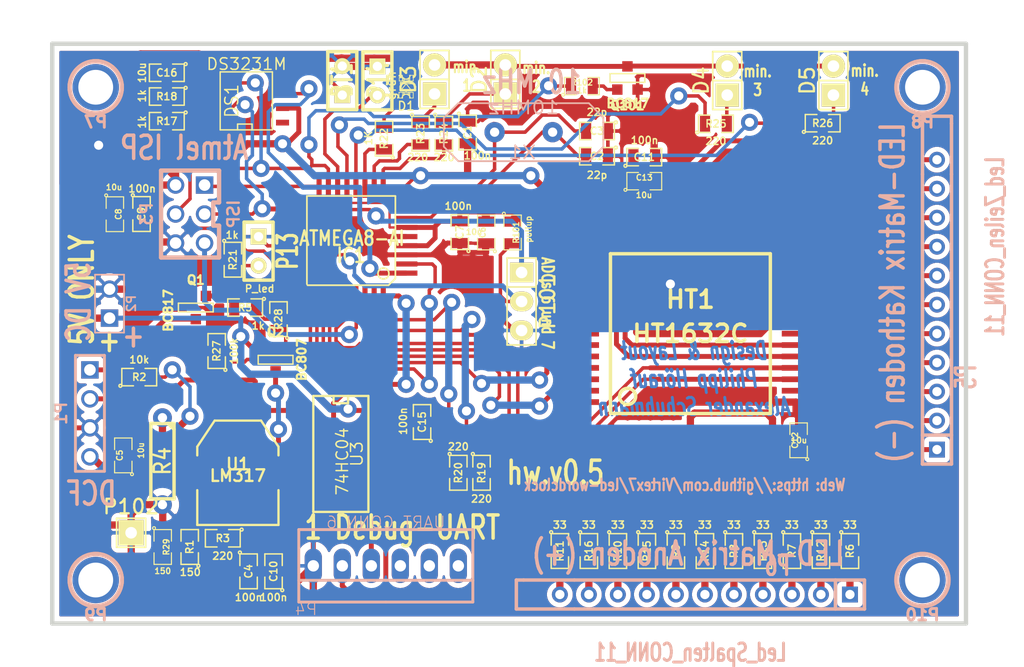
<source format=kicad_pcb>
(kicad_pcb (version 20171130) (host pcbnew "(5.1.12)-1")
  (title_block (title "DCF-kontrollierte Wordclock") (date "12 may 2013") (rev 0.4) (company "Philipp Hörauf"))
  (layers (0 Vorderseite mixed) (31 Rückseite mixed) (36 B.SilkS user hide) (37 F.SilkS user hide) (38 B.Mask user hide) (39 F.Mask user hide) (44 Edge.Cuts user))
  (net 0 "")
  (net 1 /3V)
  (net 2 /ChipSelect)
  (net 3 /DCF77)
  (net 4 /PON)
  (net 5 /RTC_SW)
  (net 6 /ReadClock)
  (net 7 /SerialData)
  (net 8 /WriteClock)
  (net 9 /dcf_on)
  (net 10 /minuten_1)
  (net 11 /minuten_2)
  (net 12 /miso)
  (net 13 /mosi)
  (net 14 /reset)
  (net 15 /rx)
  (net 16 /sck)
  (net 17 /tx)
  (net 18 GND)
  (net 19 "Net-(BT1-Pad1)")
  (net 20 "Net-(C2-Pad2)")
  (net 21 "Net-(C3-Pad2)")
  (net 22 "Net-(C10-Pad2)")
  (net 23 "Net-(D1-Pad1)")
  (net 24 "Net-(D2-Pad1)")
  (net 25 "Net-(D3-Pad1)")
  (net 26 "Net-(HT1-Pad2)")
  (net 27 "Net-(HT1-Pad3)")
  (net 28 "Net-(HT1-Pad4)")
  (net 29 "Net-(HT1-Pad5)")
  (net 30 "Net-(HT1-Pad6)")
  (net 31 "Net-(HT1-Pad8)")
  (net 32 "Net-(HT1-Pad9)")
  (net 33 "Net-(HT1-Pad10)")
  (net 34 "Net-(HT1-Pad11)")
  (net 35 "Net-(HT1-Pad12)")
  (net 36 "Net-(HT1-Pad13)")
  (net 37 "Net-(HT1-Pad22)")
  (net 38 "Net-(HT1-Pad23)")
  (net 39 "Net-(HT1-Pad24)")
  (net 40 "Net-(HT1-Pad26)")
  (net 41 "Net-(HT1-Pad27)")
  (net 42 "Net-(HT1-Pad28)")
  (net 43 "Net-(HT1-Pad29)")
  (net 44 "Net-(HT1-Pad30)")
  (net 45 "Net-(HT1-Pad31)")
  (net 46 "Net-(HT1-Pad32)")
  (net 47 "Net-(HT1-Pad33)")
  (net 48 "Net-(IC1-Pad23)")
  (net 49 "Net-(IC1-Pad31)")
  (net 50 "Net-(IC1-Pad30)")
  (net 51 /minuten_3)
  (net 52 /minuten_4)
  (net 53 "Net-(IC1-Pad11)")
  (net 54 "Net-(IC1-Pad14)")
  (net 55 "Net-(P1-Pad1)")
  (net 56 "Net-(P1-Pad2)")
  (net 57 "Net-(P6-Pad1)")
  (net 58 "Net-(P6-Pad2)")
  (net 59 "Net-(P6-Pad3)")
  (net 60 "Net-(P6-Pad4)")
  (net 61 "Net-(P6-Pad5)")
  (net 62 "Net-(P6-Pad6)")
  (net 63 "Net-(P6-Pad7)")
  (net 64 "Net-(P6-Pad8)")
  (net 65 "Net-(P6-Pad9)")
  (net 66 "Net-(P6-Pad10)")
  (net 67 "Net-(P6-Pad11)")
  (net 68 "Net-(P13-Pad2)")
  (net 69 "Net-(Q1-Pad2)")
  (net 70 "Net-(Q2-Pad2)")
  (net 71 "Net-(R1-Pad2)")
  (net 72 "Net-(U3-Pad2)")
  (net 73 "Net-(D4-Pad1)")
  (net 74 "Net-(D5-Pad1)")
  (net 75 /lichtsensor)
  (net 76 "Net-(R1-Pad1)")
  (net 77 +5V)
  (net 78 "Net-(D2-Pad2)")
  (net 79 /debug)
  (net 80 "Net-(Q101-Pad2)")
  (module TQFP32 (layer Vorderseite) (at 196.342 54.102 180)
    (fp_text reference IC1 (at 0 -1.27 180) (layer F.SilkS) (effects (font (size 1.27 1.016) (thickness 0.2032))))
    (fp_text value ATMEGA8-AI (at -0.0762 0.2286 180) (layer F.SilkS) (effects (font (size 1.27 1.016) (thickness 0.2032))))
    (pad 8 smd rect (at -4.81584 2.77622 180) (size 1.99898 0.44958) (layers Vorderseite F.Mask) (net 21 "Net-(C3-Pad2)"))
    (pad 7 smd rect (at -4.81584 1.97612 180) (size 1.99898 0.44958) (layers Vorderseite F.Mask) (net 20 "Net-(C2-Pad2)"))
    (pad 6 smd rect (at -4.81584 1.17602 180) (size 1.99898 0.44958) (layers Vorderseite F.Mask) (net 77 +5V))
    (pad 5 smd rect (at -4.81584 0.37592 180) (size 1.99898 0.44958) (layers Vorderseite F.Mask) (net 18 GND))
    (pad 4 smd rect (at -4.81584 -0.42418 180) (size 1.99898 0.44958) (layers Vorderseite F.Mask) (net 77 +5V))
    (pad 3 smd rect (at -4.81584 -1.22428 180) (size 1.99898 0.44958) (layers Vorderseite F.Mask) (net 18 GND))
    (pad 2 smd rect (at -4.81584 -2.02438 180) (size 1.99898 0.44958) (layers Vorderseite F.Mask) (net 4 /PON))
    (pad 1 smd rect (at -4.81584 -2.82448 180) (size 1.99898 0.44958) (layers Vorderseite F.Mask) (net 5 /RTC_SW))
    (pad 24 smd rect (at 4.7498 -2.8194 180) (size 1.99898 0.44958) (layers Vorderseite F.Mask) (net 9 /dcf_on))
    (pad 17 smd rect (at 4.7498 2.794 180) (size 1.99898 0.44958) (layers Vorderseite F.Mask) (net 16 /sck))
    (pad 18 smd rect (at 4.7498 1.9812 180) (size 1.99898 0.44958) (layers Vorderseite F.Mask) (net 77 +5V))
    (pad 19 smd rect (at 4.7498 1.1684 180) (size 1.99898 0.44958) (layers Vorderseite F.Mask) (net 75 /lichtsensor))
    (pad 20 smd rect (at 4.7498 0.381 180) (size 1.99898 0.44958) (layers Vorderseite F.Mask))
    (pad 21 smd rect (at 4.7498 -0.4318 180) (size 1.99898 0.44958) (layers Vorderseite F.Mask) (net 18 GND))
    (pad 22 smd rect (at 4.7498 -1.2192 180) (size 1.99898 0.44958) (layers Vorderseite F.Mask) (net 79 /debug))
    (pad 23 smd rect (at 4.7498 -2.032 180) (size 1.99898 0.44958) (layers Vorderseite F.Mask) (net 48 "Net-(IC1-Pad23)"))
    (pad 32 smd rect (at -2.82448 -4.826 180) (size 0.44958 1.99898) (layers Vorderseite F.Mask) (net 3 /DCF77))
    (pad 31 smd rect (at -2.02692 -4.826 180) (size 0.44958 1.99898) (layers Vorderseite F.Mask) (net 49 "Net-(IC1-Pad31)"))
    (pad 30 smd rect (at -1.22428 -4.826 180) (size 0.44958 1.99898) (layers Vorderseite F.Mask) (net 50 "Net-(IC1-Pad30)"))
    (pad 29 smd rect (at -0.42672 -4.826 180) (size 0.44958 1.99898) (layers Vorderseite F.Mask) (net 14 /reset))
    (pad 28 smd rect (at 0.37592 -4.826 180) (size 0.44958 1.99898) (layers Vorderseite F.Mask) (net 8 /WriteClock))
    (pad 27 smd rect (at 1.17348 -4.826 180) (size 0.44958 1.99898) (layers Vorderseite F.Mask) (net 7 /SerialData))
    (pad 26 smd rect (at 1.97612 -4.826 180) (size 0.44958 1.99898) (layers Vorderseite F.Mask) (net 6 /ReadClock))
    (pad 25 smd rect (at 2.77368 -4.826 180) (size 0.44958 1.99898) (layers Vorderseite F.Mask) (net 2 /ChipSelect))
    (pad 9 smd rect (at -2.8194 4.7752 180) (size 0.44958 1.99898) (layers Vorderseite F.Mask) (net 51 /minuten_3))
    (pad 10 smd rect (at -2.032 4.7752 180) (size 0.44958 1.99898) (layers Vorderseite F.Mask) (net 52 /minuten_4))
    (pad 11 smd rect (at -1.2192 4.7752 180) (size 0.44958 1.99898) (layers Vorderseite F.Mask) (net 53 "Net-(IC1-Pad11)"))
    (pad 12 smd rect (at -0.4318 4.7752 180) (size 0.44958 1.99898) (layers Vorderseite F.Mask) (net 11 /minuten_2))
    (pad 13 smd rect (at 0.3556 4.7752 180) (size 0.44958 1.99898) (layers Vorderseite F.Mask) (net 10 /minuten_1))
    (pad 14 smd rect (at 1.1684 4.7752 180) (size 0.44958 1.99898) (layers Vorderseite F.Mask) (net 54 "Net-(IC1-Pad14)"))
    (pad 15 smd rect (at 1.9812 4.7752 180) (size 0.44958 1.99898) (layers Vorderseite F.Mask) (net 13 /mosi))
    (pad 16 smd rect (at 2.794 4.7752 180) (size 0.44958 1.99898) (layers Vorderseite F.Mask) (net 12 /miso))
  )
  (module LED-0805-newMask (layer Vorderseite) (at 201.168 40.5892 90)
    (fp_text reference D1 (at -1.7018 0 180) (layer F.SilkS) (effects (font (size 0.762 0.762) (thickness 0.127))))
    (fp_text value grün (at 0.1016 -1.2954 270) (layer F.SilkS) (effects (font (size 0.762 0.762) (thickness 0.127))))
    (pad 1 smd rect (at -1.04902 0 90) (size 1.19888 1.19888) (layers Vorderseite F.Mask) (net 23 "Net-(D1-Pad1)"))
    (pad 2 smd rect (at 1.04902 0 90) (size 1.19888 1.19888) (layers Vorderseite F.Mask) (net 18 GND))
  )
  (module PINHEAD1-6 (layer Rückseite) (at 199.39 82.5754)
    (fp_text reference P4 (at -6.985 3.81) (layer B.SilkS) (effects (font (size 1.016 1.016) (thickness 0.0889)) (justify mirror)))
    (fp_text value UART_CONN_6 (at 0 -3.81) (layer B.SilkS) (effects (font (size 1.016 1.016) (thickness 0.0889)) (justify mirror)))
    (pad 1 thru_hole oval (at -6.35 0) (size 1.50622 3.01498) (drill 1.00076) (layers *.Cu *.Mask) (net 18 GND))
    (pad 2 thru_hole oval (at -3.81 0) (size 1.50622 3.01498) (drill 1.00076) (layers *.Cu *.Mask) (net 15 /rx))
    (pad 3 thru_hole oval (at -1.27 0) (size 1.50622 3.01498) (drill 1.00076) (layers *.Cu *.Mask) (net 17 /tx))
    (pad 4 thru_hole oval (at 1.27 0) (size 1.50622 3.01498) (drill 1.00076) (layers *.Cu *.Mask))
    (pad 5 thru_hole oval (at 3.81 0) (size 1.50622 3.01498) (drill 1.00076) (layers *.Cu *.Mask))
    (pad 6 thru_hole oval (at 6.35 0) (size 1.50622 3.01498) (drill 1.00076) (layers *.Cu *.Mask))
  )
  (module pin_array_3x2 (layer Rückseite) (at 182.25008 51.74996 270)
    (fp_text reference P3 (at 0 3.81 270) (layer B.SilkS) (effects (font (size 1.016 1.016) (thickness 0.2032)) (justify mirror)))
    (fp_text value ISP (at 0 -3.81 270) (layer B.SilkS) (effects (font (size 1.016 1.016) (thickness 0.2032)) (justify mirror)))
    (pad 1 thru_hole rect (at -2.54 -1.27 270) (size 1.524 1.524) (drill 1.016) (layers *.Cu *.Mask) (net 12 /miso))
    (pad 2 thru_hole circle (at -2.54 1.27 270) (size 1.524 1.524) (drill 1.016) (layers *.Cu *.Mask) (net 77 +5V))
    (pad 3 thru_hole circle (at 0 -1.27 270) (size 1.524 1.524) (drill 1.016) (layers *.Cu *.Mask) (net 16 /sck))
    (pad 4 thru_hole circle (at 0 1.27 270) (size 1.524 1.524) (drill 1.016) (layers *.Cu *.Mask) (net 13 /mosi))
    (pad 5 thru_hole circle (at 2.54 -1.27 270) (size 1.524 1.524) (drill 1.016) (layers *.Cu *.Mask) (net 14 /reset))
    (pad 6 thru_hole circle (at 2.54 1.27 270) (size 1.524 1.524) (drill 1.016) (layers *.Cu *.Mask) (net 18 GND))
  )
  (module SOT223 (layer Vorderseite) (at 186.436 74.422)
    (fp_text reference U1 (at 0 -0.762) (layer F.SilkS) (effects (font (size 1.016 1.016) (thickness 0.2032))))
    (fp_text value LM317 (at 0 0.254) (layer F.SilkS) (effects (font (size 1.016 1.016) (thickness 0.2032))))
    (pad 3 smd rect (at 0 -3.302) (size 3.6576 2.032) (layers Vorderseite F.Mask) (net 1 /3V) (clearance 0.508))
    (pad 3 smd rect (at 0 3.302) (size 1.016 2.032) (layers Vorderseite F.Mask) (net 1 /3V))
    (pad 1 smd rect (at 2.286 3.302) (size 1.016 2.032) (layers Vorderseite F.Mask) (net 22 "Net-(C10-Pad2)"))
    (pad 2 smd rect (at -2.286 3.302) (size 1.016 2.032) (layers Vorderseite F.Mask) (net 71 "Net-(R1-Pad2)"))
  )
  (module SIL-12 (layer Rückseite) (at 247.65 58.42 90)
    (fp_text reference P5 (at -7.62 2.54 90) (layer B.SilkS) (effects (font (size 1.72974 1.08712) (thickness 0.27178)) (justify mirror)))
    (fp_text value Led_Zeilen_CONN_11 (at 3.81 5.08 90) (layer B.SilkS) (effects (font (size 1.524 1.016) (thickness 0.254)) (justify mirror)))
    (pad 1 thru_hole rect (at -13.97 0 90) (size 1.397 1.397) (drill 0.8128) (layers *.Cu *.Mask) (net 37 "Net-(HT1-Pad22)"))
    (pad 2 thru_hole circle (at -11.43 0 90) (size 1.397 1.397) (drill 0.8128) (layers *.Cu *.Mask) (net 38 "Net-(HT1-Pad23)"))
    (pad 3 thru_hole circle (at -8.89 0 90) (size 1.397 1.397) (drill 0.8128) (layers *.Cu *.Mask) (net 39 "Net-(HT1-Pad24)"))
    (pad 4 thru_hole circle (at -6.35 0 90) (size 1.397 1.397) (drill 0.8128) (layers *.Cu *.Mask) (net 40 "Net-(HT1-Pad26)"))
    (pad 5 thru_hole circle (at -3.81 0 90) (size 1.397 1.397) (drill 0.8128) (layers *.Cu *.Mask) (net 41 "Net-(HT1-Pad27)"))
    (pad 6 thru_hole circle (at -1.27 0 90) (size 1.397 1.397) (drill 0.8128) (layers *.Cu *.Mask) (net 42 "Net-(HT1-Pad28)"))
    (pad 7 thru_hole circle (at 1.27 0 90) (size 1.397 1.397) (drill 0.8128) (layers *.Cu *.Mask) (net 43 "Net-(HT1-Pad29)"))
    (pad 8 thru_hole circle (at 3.81 0 90) (size 1.397 1.397) (drill 0.8128) (layers *.Cu *.Mask) (net 44 "Net-(HT1-Pad30)"))
    (pad 9 thru_hole circle (at 6.35 0 90) (size 1.397 1.397) (drill 0.8128) (layers *.Cu *.Mask) (net 45 "Net-(HT1-Pad31)"))
    (pad 10 thru_hole circle (at 8.89 0 90) (size 1.397 1.397) (drill 0.8128) (layers *.Cu *.Mask) (net 46 "Net-(HT1-Pad32)"))
    (pad 11 thru_hole circle (at 11.43 0 90) (size 1.397 1.397) (drill 0.8128) (layers *.Cu *.Mask) (net 47 "Net-(HT1-Pad33)"))
  )
  (module SOT23EBC (layer Vorderseite) (at 182.753 59.944)
    (fp_text reference Q1 (at 0 -2.413) (layer F.SilkS) (effects (font (size 0.762 0.762) (thickness 0.1905))))
    (fp_text value BC817 (at -2.413 0.254 90) (layer F.SilkS) (effects (font (size 0.762 0.762) (thickness 0.1905))))
    (pad 1 smd rect (at -0.889 -1.016) (size 0.9144 0.9144) (layers Vorderseite F.Mask) (net 18 GND))
    (pad 2 smd rect (at 0.889 -1.016) (size 0.9144 0.9144) (layers Vorderseite F.Mask) (net 69 "Net-(Q1-Pad2)"))
    (pad 3 smd rect (at 0 1.016) (size 0.9144 0.9144) (layers Vorderseite F.Mask) (net 55 "Net-(P1-Pad1)"))
  )
  (module SO14N (layer Vorderseite) (at 195.58 72.771 270)
    (fp_text reference U3 (at 0 -1.27 270) (layer F.SilkS) (effects (font (size 1.016 1.143) (thickness 0.127))))
    (fp_text value 74HC04 (at 0.6604 0 270) (layer F.SilkS) (effects (font (size 1.016 1.016) (thickness 0.127))))
    (pad 1 smd rect (at -3.81 3.302 270) (size 0.508 1.143) (layers Vorderseite F.Mask) (net 56 "Net-(P1-Pad2)"))
    (pad 2 smd rect (at -2.54 3.302 270) (size 0.508 1.143) (layers Vorderseite F.Mask) (net 72 "Net-(U3-Pad2)"))
    (pad 3 smd rect (at -1.27 3.302 270) (size 0.508 1.143) (layers Vorderseite F.Mask) (net 72 "Net-(U3-Pad2)"))
    (pad 4 smd rect (at 0 3.302 270) (size 0.508 1.143) (layers Vorderseite F.Mask) (net 3 /DCF77))
    (pad 5 smd rect (at 1.27 3.302 270) (size 0.508 1.143) (layers Vorderseite F.Mask) (net 18 GND))
    (pad 6 smd rect (at 2.54 3.302 270) (size 0.508 1.143) (layers Vorderseite F.Mask))
    (pad 7 smd rect (at 3.81 3.302 270) (size 0.508 1.143) (layers Vorderseite F.Mask) (net 18 GND))
    (pad 8 smd rect (at 3.81 -3.048 270) (size 0.508 1.143) (layers Vorderseite F.Mask))
    (pad 9 smd rect (at 2.54 -3.048 270) (size 0.508 1.143) (layers Vorderseite F.Mask) (net 18 GND))
    (pad 11 smd rect (at 0 -3.048 270) (size 0.508 1.143) (layers Vorderseite F.Mask) (net 18 GND))
    (pad 12 smd rect (at -1.27 -3.048 270) (size 0.508 1.143) (layers Vorderseite F.Mask))
    (pad 13 smd rect (at -2.54 -3.048 270) (size 0.508 1.143) (layers Vorderseite F.Mask) (net 18 GND))
    (pad 14 smd rect (at -3.81 -3.048 270) (size 0.508 1.143) (layers Vorderseite F.Mask) (net 77 +5V))
    (pad 10 smd rect (at 1.27 -3.048 270) (size 0.508 1.143) (layers Vorderseite F.Mask))
  )
  (module SM0805 (layer Vorderseite) (at 240.03 81.28 270)
    (fp_text reference R6 (at 0 0 270) (layer F.SilkS) (effects (font (size 0.635 0.635) (thickness 0.127))))
    (fp_text value 33 (at -2.286 0) (layer F.SilkS) (effects (font (size 0.635 0.635) (thickness 0.127))))
    (pad 1 smd rect (at -0.9525 0 270) (size 0.889 1.397) (layers Vorderseite F.Mask) (net 36 "Net-(HT1-Pad13)"))
    (pad 2 smd rect (at 0.9525 0 270) (size 0.889 1.397) (layers Vorderseite F.Mask) (net 57 "Net-(P6-Pad1)"))
  )
  (module SM0805 (layer Vorderseite) (at 187.071 59.944 180)
    (fp_text reference R5 (at 0 0 180) (layer F.SilkS) (effects (font (size 0.635 0.635) (thickness 0.127))))
    (fp_text value 1k (at -1.143 -1.6002 180) (layer F.SilkS) (effects (font (size 0.635 0.635) (thickness 0.127))))
    (pad 1 smd rect (at -0.9525 0 180) (size 0.889 1.397) (layers Vorderseite F.Mask) (net 4 /PON))
    (pad 2 smd rect (at 0.9525 0 180) (size 0.889 1.397) (layers Vorderseite F.Mask) (net 69 "Net-(Q1-Pad2)"))
  )
  (module SM0805 (layer Vorderseite) (at 237.49 81.28 270)
    (fp_text reference R12 (at 0 0 270) (layer F.SilkS) (effects (font (size 0.635 0.635) (thickness 0.127))))
    (fp_text value 33 (at -2.286 0) (layer F.SilkS) (effects (font (size 0.635 0.635) (thickness 0.127))))
    (pad 1 smd rect (at -0.9525 0 270) (size 0.889 1.397) (layers Vorderseite F.Mask) (net 35 "Net-(HT1-Pad12)"))
    (pad 2 smd rect (at 0.9525 0 270) (size 0.889 1.397) (layers Vorderseite F.Mask) (net 58 "Net-(P6-Pad2)"))
  )
  (module SM0805 (layer Vorderseite) (at 214.63 81.28 270)
    (fp_text reference R11 (at 0 0 270) (layer F.SilkS) (effects (font (size 0.635 0.635) (thickness 0.127))))
    (fp_text value 33 (at -2.286 0) (layer F.SilkS) (effects (font (size 0.635 0.635) (thickness 0.127))))
    (pad 1 smd rect (at -0.9525 0 270) (size 0.889 1.397) (layers Vorderseite F.Mask) (net 26 "Net-(HT1-Pad2)"))
    (pad 2 smd rect (at 0.9525 0 270) (size 0.889 1.397) (layers Vorderseite F.Mask) (net 67 "Net-(P6-Pad11)"))
  )
  (module SM0805 (layer Vorderseite) (at 234.95 81.28 270)
    (fp_text reference R7 (at 0 0 270) (layer F.SilkS) (effects (font (size 0.635 0.635) (thickness 0.127))))
    (fp_text value 33 (at -2.286 0) (layer F.SilkS) (effects (font (size 0.635 0.635) (thickness 0.127))))
    (pad 1 smd rect (at -0.9525 0 270) (size 0.889 1.397) (layers Vorderseite F.Mask) (net 34 "Net-(HT1-Pad11)"))
    (pad 2 smd rect (at 0.9525 0 270) (size 0.889 1.397) (layers Vorderseite F.Mask) (net 59 "Net-(P6-Pad3)"))
  )
  (module SM0805 (layer Vorderseite) (at 229.87 81.28 270)
    (fp_text reference R8 (at 0 0 270) (layer F.SilkS) (effects (font (size 0.635 0.635) (thickness 0.127))))
    (fp_text value 33 (at -2.286 0) (layer F.SilkS) (effects (font (size 0.635 0.635) (thickness 0.127))))
    (pad 1 smd rect (at -0.9525 0 270) (size 0.889 1.397) (layers Vorderseite F.Mask) (net 32 "Net-(HT1-Pad9)"))
    (pad 2 smd rect (at 0.9525 0 270) (size 0.889 1.397) (layers Vorderseite F.Mask) (net 61 "Net-(P6-Pad5)"))
  )
  (module SM0805 (layer Vorderseite) (at 224.79 81.28 270)
    (fp_text reference R9 (at 0 0 270) (layer F.SilkS) (effects (font (size 0.635 0.635) (thickness 0.127))))
    (fp_text value 33 (at -2.286 0) (layer F.SilkS) (effects (font (size 0.635 0.635) (thickness 0.127))))
    (pad 1 smd rect (at -0.9525 0 270) (size 0.889 1.397) (layers Vorderseite F.Mask) (net 30 "Net-(HT1-Pad6)"))
    (pad 2 smd rect (at 0.9525 0 270) (size 0.889 1.397) (layers Vorderseite F.Mask) (net 63 "Net-(P6-Pad7)"))
  )
  (module SM0805 (layer Vorderseite) (at 185.1152 80.1624 180)
    (fp_text reference R3 (at 0 0 180) (layer F.SilkS) (effects (font (size 0.635 0.635) (thickness 0.127))))
    (fp_text value 220 (at 0 -1.5494 180) (layer F.SilkS) (effects (font (size 0.635 0.635) (thickness 0.127))))
    (pad 1 smd rect (at -0.9525 0 180) (size 0.889 1.397) (layers Vorderseite F.Mask) (net 1 /3V))
    (pad 2 smd rect (at 0.9525 0 180) (size 0.889 1.397) (layers Vorderseite F.Mask) (net 71 "Net-(R1-Pad2)"))
  )
  (module SM0805 (layer Vorderseite) (at 177.8 66.04)
    (fp_text reference R2 (at 0 0) (layer F.SilkS) (effects (font (size 0.635 0.635) (thickness 0.127))))
    (fp_text value 10k (at 0 -1.524) (layer F.SilkS) (effects (font (size 0.635 0.635) (thickness 0.127))))
    (pad 1 smd rect (at -0.9525 0) (size 0.889 1.397) (layers Vorderseite F.Mask) (net 55 "Net-(P1-Pad1)"))
    (pad 2 smd rect (at 0.9525 0) (size 0.889 1.397) (layers Vorderseite F.Mask) (net 1 /3V))
  )
  (module SM0805 (layer Vorderseite) (at 182.2196 80.9244 90)
    (fp_text reference R1 (at 0 0 90) (layer F.SilkS) (effects (font (size 0.635 0.635) (thickness 0.127))))
    (fp_text value 150 (at -2.2098 0.0508) (layer F.SilkS) (effects (font (size 0.635 0.635) (thickness 0.127))))
    (pad 1 smd rect (at -0.9525 0 90) (size 0.889 1.397) (layers Vorderseite F.Mask) (net 76 "Net-(R1-Pad1)"))
    (pad 2 smd rect (at 0.9525 0 90) (size 0.889 1.397) (layers Vorderseite F.Mask) (net 71 "Net-(R1-Pad2)"))
  )
  (module SM0805 (layer Vorderseite) (at 219.71 81.28 270)
    (fp_text reference R10 (at 0 0 270) (layer F.SilkS) (effects (font (size 0.635 0.635) (thickness 0.127))))
    (fp_text value 33 (at -2.286 0) (layer F.SilkS) (effects (font (size 0.635 0.635) (thickness 0.127))))
    (pad 1 smd rect (at -0.9525 0 270) (size 0.889 1.397) (layers Vorderseite F.Mask) (net 28 "Net-(HT1-Pad4)"))
    (pad 2 smd rect (at 0.9525 0 270) (size 0.889 1.397) (layers Vorderseite F.Mask) (net 65 "Net-(P6-Pad9)"))
  )
  (module SM0805 (layer Vorderseite) (at 232.41 81.28 270)
    (fp_text reference R13 (at 0 0 270) (layer F.SilkS) (effects (font (size 0.635 0.635) (thickness 0.127))))
    (fp_text value 33 (at -2.286 0) (layer F.SilkS) (effects (font (size 0.635 0.635) (thickness 0.127))))
    (pad 1 smd rect (at -0.9525 0 270) (size 0.889 1.397) (layers Vorderseite F.Mask) (net 33 "Net-(HT1-Pad10)"))
    (pad 2 smd rect (at 0.9525 0 270) (size 0.889 1.397) (layers Vorderseite F.Mask) (net 60 "Net-(P6-Pad4)"))
  )
  (module SM0805 (layer Vorderseite) (at 206.5528 44.6024 270)
    (fp_text reference C1 (at 0 0 270) (layer F.SilkS) (effects (font (size 0.635 0.635) (thickness 0.127))))
    (fp_text value 100n (at 2.032 -0.8636) (layer F.SilkS) (effects (font (size 0.635 0.635) (thickness 0.127))))
    (pad 1 smd rect (at -0.9525 0 270) (size 0.889 1.397) (layers Vorderseite F.Mask) (net 18 GND))
    (pad 2 smd rect (at 0.9525 0 270) (size 0.889 1.397) (layers Vorderseite F.Mask) (net 77 +5V))
  )
  (module SM0805 (layer Vorderseite) (at 227.33 81.28 270)
    (fp_text reference R14 (at 0 0 270) (layer F.SilkS) (effects (font (size 0.635 0.635) (thickness 0.127))))
    (fp_text value 33 (at -2.286 0) (layer F.SilkS) (effects (font (size 0.635 0.635) (thickness 0.127))))
    (pad 1 smd rect (at -0.9525 0 270) (size 0.889 1.397) (layers Vorderseite F.Mask) (net 31 "Net-(HT1-Pad8)"))
    (pad 2 smd rect (at 0.9525 0 270) (size 0.889 1.397) (layers Vorderseite F.Mask) (net 62 "Net-(P6-Pad6)"))
  )
  (module SM0805 (layer Vorderseite) (at 222.25 81.28 270)
    (fp_text reference R15 (at 0 0 270) (layer F.SilkS) (effects (font (size 0.635 0.635) (thickness 0.127))))
    (fp_text value 33 (at -2.286 0) (layer F.SilkS) (effects (font (size 0.635 0.635) (thickness 0.127))))
    (pad 1 smd rect (at -0.9525 0 270) (size 0.889 1.397) (layers Vorderseite F.Mask) (net 29 "Net-(HT1-Pad5)"))
    (pad 2 smd rect (at 0.9525 0 270) (size 0.889 1.397) (layers Vorderseite F.Mask) (net 64 "Net-(P6-Pad8)"))
  )
  (module SM0805 (layer Vorderseite) (at 217.17 81.28 270)
    (fp_text reference R16 (at 0 0 270) (layer F.SilkS) (effects (font (size 0.635 0.635) (thickness 0.127))))
    (fp_text value 33 (at -2.286 0) (layer F.SilkS) (effects (font (size 0.635 0.635) (thickness 0.127))))
    (pad 1 smd rect (at -0.9525 0 270) (size 0.889 1.397) (layers Vorderseite F.Mask) (net 27 "Net-(HT1-Pad3)"))
    (pad 2 smd rect (at 0.9525 0 270) (size 0.889 1.397) (layers Vorderseite F.Mask) (net 66 "Net-(P6-Pad10)"))
  )
  (module SM0805 (layer Vorderseite) (at 222.0214 46.7614)
    (fp_text reference C11 (at 0 0) (layer F.SilkS) (effects (font (size 0.635 0.635) (thickness 0.127))))
    (fp_text value 100n (at 0.0254 -1.4732) (layer F.SilkS) (effects (font (size 0.635 0.635) (thickness 0.127))))
    (pad 1 smd rect (at -0.9525 0) (size 0.889 1.397) (layers Vorderseite F.Mask) (net 77 +5V))
    (pad 2 smd rect (at 0.9525 0) (size 0.889 1.397) (layers Vorderseite F.Mask) (net 18 GND))
  )
  (module SM0805 (layer Vorderseite) (at 189.5602 83.058 90)
    (fp_text reference C10 (at 0 0 90) (layer F.SilkS) (effects (font (size 0.635 0.635) (thickness 0.127))))
    (fp_text value 100n (at -2.286 0 180) (layer F.SilkS) (effects (font (size 0.635 0.635) (thickness 0.127))))
    (pad 1 smd rect (at -0.9525 0 90) (size 0.889 1.397) (layers Vorderseite F.Mask) (net 18 GND))
    (pad 2 smd rect (at 0.9525 0 90) (size 0.889 1.397) (layers Vorderseite F.Mask) (net 22 "Net-(C10-Pad2)"))
  )
  (module SM0805 (layer Vorderseite) (at 178.00066 51.74996 270)
    (fp_text reference C9 (at 0 0 270) (layer F.SilkS) (effects (font (size 0.635 0.635) (thickness 0.127))))
    (fp_text value 100n (at -2.21996 -0.05334) (layer F.SilkS) (effects (font (size 0.635 0.635) (thickness 0.127))))
    (pad 1 smd rect (at -0.9525 0 270) (size 0.889 1.397) (layers Vorderseite F.Mask) (net 77 +5V))
    (pad 2 smd rect (at 0.9525 0 270) (size 0.889 1.397) (layers Vorderseite F.Mask) (net 18 GND))
  )
  (module SM0805 (layer Vorderseite) (at 205.867 53.34 90)
    (fp_text reference C7 (at 0 0 90) (layer F.SilkS) (effects (font (size 0.635 0.635) (thickness 0.127))))
    (fp_text value 100n (at 2.286 -0.127 180) (layer F.SilkS) (effects (font (size 0.635 0.635) (thickness 0.127))))
    (pad 1 smd rect (at -0.9525 0 90) (size 0.889 1.397) (layers Vorderseite F.Mask) (net 18 GND))
    (pad 2 smd rect (at 0.9525 0 90) (size 0.889 1.397) (layers Vorderseite F.Mask) (net 77 +5V))
  )
  (module SM0805 (layer Vorderseite) (at 187.3758 83.058 270)
    (fp_text reference C4 (at 0 0 270) (layer F.SilkS) (effects (font (size 0.635 0.635) (thickness 0.127))))
    (fp_text value 100n (at 2.286 0) (layer F.SilkS) (effects (font (size 0.635 0.635) (thickness 0.127))))
    (pad 1 smd rect (at -0.9525 0 270) (size 0.889 1.397) (layers Vorderseite F.Mask) (net 1 /3V))
    (pad 2 smd rect (at 0.9525 0 270) (size 0.889 1.397) (layers Vorderseite F.Mask) (net 18 GND))
  )
  (module SM0805 (layer Vorderseite) (at 217.8812 44.4754 180)
    (fp_text reference C3 (at 0 0 180) (layer F.SilkS) (effects (font (size 0.635 0.635) (thickness 0.127))))
    (fp_text value 22p (at 0 1.651 180) (layer F.SilkS) (effects (font (size 0.635 0.635) (thickness 0.127))))
    (pad 1 smd rect (at -0.9525 0 180) (size 0.889 1.397) (layers Vorderseite F.Mask) (net 18 GND))
    (pad 2 smd rect (at 0.9525 0 180) (size 0.889 1.397) (layers Vorderseite F.Mask) (net 21 "Net-(C3-Pad2)"))
  )
  (module SM0805 (layer Vorderseite) (at 217.8812 46.6852 180)
    (fp_text reference C2 (at 0 0 180) (layer F.SilkS) (effects (font (size 0.635 0.635) (thickness 0.127))))
    (fp_text value 22p (at 0 -1.651 180) (layer F.SilkS) (effects (font (size 0.635 0.635) (thickness 0.127))))
    (pad 1 smd rect (at -0.9525 0 180) (size 0.889 1.397) (layers Vorderseite F.Mask) (net 18 GND))
    (pad 2 smd rect (at 0.9525 0 180) (size 0.889 1.397) (layers Vorderseite F.Mask) (net 20 "Net-(C2-Pad2)"))
  )
  (module SIL-12 (layer Rückseite) (at 226.06 85.09 180)
    (fp_text reference P6 (at -7.62 2.54 180) (layer B.SilkS) (effects (font (size 1.72974 1.08712) (thickness 0.27178)) (justify mirror)))
    (fp_text value Led_Spalten_CONN_11 (at 0 -5.08 180) (layer B.SilkS) (effects (font (size 1.524 1.016) (thickness 0.254)) (justify mirror)))
    (pad 1 thru_hole rect (at -13.97 0 180) (size 1.397 1.397) (drill 0.8128) (layers *.Cu *.Mask) (net 57 "Net-(P6-Pad1)"))
    (pad 2 thru_hole circle (at -11.43 0 180) (size 1.397 1.397) (drill 0.8128) (layers *.Cu *.Mask) (net 58 "Net-(P6-Pad2)"))
    (pad 3 thru_hole circle (at -8.89 0 180) (size 1.397 1.397) (drill 0.8128) (layers *.Cu *.Mask) (net 59 "Net-(P6-Pad3)"))
    (pad 4 thru_hole circle (at -6.35 0 180) (size 1.397 1.397) (drill 0.8128) (layers *.Cu *.Mask) (net 60 "Net-(P6-Pad4)"))
    (pad 5 thru_hole circle (at -3.81 0 180) (size 1.397 1.397) (drill 0.8128) (layers *.Cu *.Mask) (net 61 "Net-(P6-Pad5)"))
    (pad 6 thru_hole circle (at -1.27 0 180) (size 1.397 1.397) (drill 0.8128) (layers *.Cu *.Mask) (net 62 "Net-(P6-Pad6)"))
    (pad 7 thru_hole circle (at 1.27 0 180) (size 1.397 1.397) (drill 0.8128) (layers *.Cu *.Mask) (net 63 "Net-(P6-Pad7)"))
    (pad 8 thru_hole circle (at 3.81 0 180) (size 1.397 1.397) (drill 0.8128) (layers *.Cu *.Mask) (net 64 "Net-(P6-Pad8)"))
    (pad 9 thru_hole circle (at 6.35 0 180) (size 1.397 1.397) (drill 0.8128) (layers *.Cu *.Mask) (net 65 "Net-(P6-Pad9)"))
    (pad 10 thru_hole circle (at 8.89 0 180) (size 1.397 1.397) (drill 0.8128) (layers *.Cu *.Mask) (net 66 "Net-(P6-Pad10)"))
    (pad 11 thru_hole circle (at 11.43 0 180) (size 1.397 1.397) (drill 0.8128) (layers *.Cu *.Mask) (net 67 "Net-(P6-Pad11)"))
  )
  (module R3-LARGE_PADS (layer Vorderseite) (at 179.832 73.406 270)
    (fp_text reference R4 (at 0 0 270) (layer F.SilkS) (effects (font (size 1.397 1.27) (thickness 0.2032))))
    (fp_text value 150 hide)
    (pad 1 thru_hole circle (at -3.81 0 270) (size 1.651 1.651) (drill 0.8128) (layers *.Cu *.Mask) (net 1 /3V))
    (pad 2 thru_hole circle (at 3.81 0 270) (size 1.651 1.651) (drill 0.8128) (layers *.Cu *.Mask) (net 18 GND))
  )
  (module QFP52 (layer Vorderseite) (at 226.06 62.23)
    (fp_text reference HT1 (at 0 -2.99974) (layer F.SilkS) (effects (font (size 1.524 1.524) (thickness 0.3048))))
    (fp_text value HT1632C (at 0 0) (layer F.SilkS) (effects (font (size 1.524 1.524) (thickness 0.3048))))
    (pad 1 smd rect (at -5.99948 9.25068) (size 0.50038 2.49936) (layers Vorderseite F.Mask))
    (pad 2 smd rect (at -5.00126 9.25068) (size 0.50038 2.49936) (layers Vorderseite F.Mask) (net 26 "Net-(HT1-Pad2)"))
    (pad 3 smd rect (at -4.0005 9.25068) (size 0.50038 2.49936) (layers Vorderseite F.Mask) (net 27 "Net-(HT1-Pad3)"))
    (pad 4 smd rect (at -2.99974 9.25068) (size 0.50038 2.49936) (layers Vorderseite F.Mask) (net 28 "Net-(HT1-Pad4)"))
    (pad 5 smd rect (at -1.99898 9.25068) (size 0.50038 2.49936) (layers Vorderseite F.Mask) (net 29 "Net-(HT1-Pad5)"))
    (pad 6 smd rect (at -1.00076 9.25068) (size 0.50038 2.49936) (layers Vorderseite F.Mask) (net 30 "Net-(HT1-Pad6)"))
    (pad 7 smd rect (at 0 9.25068) (size 0.50038 2.49936) (layers Vorderseite F.Mask) (net 77 +5V))
    (pad 8 smd rect (at 1.00076 9.25068) (size 0.50038 2.49936) (layers Vorderseite F.Mask) (net 31 "Net-(HT1-Pad8)"))
    (pad 9 smd rect (at 1.99898 9.25068) (size 0.50038 2.49936) (layers Vorderseite F.Mask) (net 32 "Net-(HT1-Pad9)"))
    (pad 10 smd rect (at 2.99974 9.25068) (size 0.50038 2.49936) (layers Vorderseite F.Mask) (net 33 "Net-(HT1-Pad10)"))
    (pad 11 smd rect (at 4.0005 9.25068) (size 0.50038 2.49936) (layers Vorderseite F.Mask) (net 34 "Net-(HT1-Pad11)"))
    (pad 12 smd rect (at 5.00126 9.25068) (size 0.50038 2.49936) (layers Vorderseite F.Mask) (net 35 "Net-(HT1-Pad12)"))
    (pad 13 smd rect (at 5.99948 9.25068) (size 0.50038 2.49936) (layers Vorderseite F.Mask) (net 36 "Net-(HT1-Pad13)"))
    (pad 14 smd rect (at 9.25068 5.99948 90) (size 0.50038 2.49936) (layers Vorderseite F.Mask) (net 18 GND))
    (pad 15 smd rect (at 9.25068 5.00126 90) (size 0.50038 2.49936) (layers Vorderseite F.Mask))
    (pad 16 smd rect (at 9.25068 4.0005 90) (size 0.50038 2.49936) (layers Vorderseite F.Mask) (net 7 /SerialData))
    (pad 17 smd rect (at 9.25068 2.99974 90) (size 0.50038 2.49936) (layers Vorderseite F.Mask) (net 8 /WriteClock))
    (pad 18 smd rect (at 9.25068 1.99898 90) (size 0.50038 2.49936) (layers Vorderseite F.Mask) (net 6 /ReadClock))
    (pad 19 smd rect (at 9.25068 1.00076 90) (size 0.50038 2.49936) (layers Vorderseite F.Mask) (net 2 /ChipSelect))
    (pad 20 smd rect (at 9.25068 0 90) (size 0.50038 2.49936) (layers Vorderseite F.Mask))
    (pad 21 smd rect (at 9.25068 -1.00076 90) (size 0.50038 2.49936) (layers Vorderseite F.Mask) (net 77 +5V))
    (pad 22 smd rect (at 9.25068 -1.99898 90) (size 0.50038 2.49936) (layers Vorderseite F.Mask) (net 37 "Net-(HT1-Pad22)"))
    (pad 23 smd rect (at 9.25068 -2.99974 90) (size 0.50038 2.49936) (layers Vorderseite F.Mask) (net 38 "Net-(HT1-Pad23)"))
    (pad 24 smd rect (at 9.25068 -4.0005 90) (size 0.50038 2.49936) (layers Vorderseite F.Mask) (net 39 "Net-(HT1-Pad24)"))
    (pad 25 smd rect (at 9.25068 -5.00126 90) (size 0.50038 2.49936) (layers Vorderseite F.Mask) (net 18 GND))
    (pad 26 smd rect (at 9.25068 -5.99948 90) (size 0.50038 2.49936) (layers Vorderseite F.Mask) (net 40 "Net-(HT1-Pad26)"))
    (pad 27 smd rect (at 5.99948 -9.24814 180) (size 0.50038 2.49936) (layers Vorderseite F.Mask) (net 41 "Net-(HT1-Pad27)"))
    (pad 28 smd rect (at 5.00126 -9.24814 180) (size 0.50038 2.49936) (layers Vorderseite F.Mask) (net 42 "Net-(HT1-Pad28)"))
    (pad 29 smd rect (at 4.0005 -9.24814 180) (size 0.50038 2.49936) (layers Vorderseite F.Mask) (net 43 "Net-(HT1-Pad29)"))
    (pad 30 smd rect (at 2.99974 -9.24814 180) (size 0.50038 2.49936) (layers Vorderseite F.Mask) (net 44 "Net-(HT1-Pad30)"))
    (pad 31 smd rect (at 1.99898 -9.24814 180) (size 0.50038 2.49936) (layers Vorderseite F.Mask) (net 45 "Net-(HT1-Pad31)"))
    (pad 32 smd rect (at 1.00076 -9.24814 180) (size 0.50038 2.49936) (layers Vorderseite F.Mask) (net 46 "Net-(HT1-Pad32)"))
    (pad 33 smd rect (at 0 -9.24814 180) (size 0.50038 2.49936) (layers Vorderseite F.Mask) (net 47 "Net-(HT1-Pad33)"))
    (pad 34 smd rect (at -1.00076 -9.24814 180) (size 0.50038 2.49936) (layers Vorderseite F.Mask))
    (pad 35 smd rect (at -1.99898 -9.24814 180) (size 0.50038 2.49936) (layers Vorderseite F.Mask))
    (pad 36 smd rect (at -2.99974 -9.24814 180) (size 0.50038 2.49936) (layers Vorderseite F.Mask) (net 18 GND))
    (pad 37 smd rect (at -4.0005 -9.24814 180) (size 0.50038 2.49936) (layers Vorderseite F.Mask))
    (pad 38 smd rect (at -5.00126 -9.24814 180) (size 0.50038 2.49936) (layers Vorderseite F.Mask) (net 77 +5V))
    (pad 39 smd rect (at -5.99948 -9.24814 180) (size 0.50038 2.49936) (layers Vorderseite F.Mask))
    (pad 40 smd rect (at -9.25068 -5.99948 270) (size 0.50038 2.49936) (layers Vorderseite F.Mask))
    (pad 41 smd rect (at -9.25068 -5.00126 270) (size 0.50038 2.49936) (layers Vorderseite F.Mask))
    (pad 42 smd rect (at -9.25068 -4.0005 270) (size 0.50038 2.49936) (layers Vorderseite F.Mask))
    (pad 43 smd rect (at -9.25068 -2.99974 270) (size 0.50038 2.49936) (layers Vorderseite F.Mask))
    (pad 44 smd rect (at -9.25068 -1.99898 270) (size 0.50038 2.49936) (layers Vorderseite F.Mask))
    (pad 45 smd rect (at -9.25068 -1.00076 270) (size 0.50038 2.49936) (layers Vorderseite F.Mask))
    (pad 46 smd rect (at -9.25068 0 270) (size 0.50038 2.49936) (layers Vorderseite F.Mask))
    (pad 47 smd rect (at -9.25068 1.00076 270) (size 0.50038 2.49936) (layers Vorderseite F.Mask))
    (pad 48 smd rect (at -9.25068 1.99898 270) (size 0.50038 2.49936) (layers Vorderseite F.Mask))
    (pad 49 smd rect (at -9.25068 2.99974 270) (size 0.50038 2.49936) (layers Vorderseite F.Mask))
    (pad 50 smd rect (at -9.25068 4.0005 270) (size 0.50038 2.49936) (layers Vorderseite F.Mask))
    (pad 51 smd rect (at -9.25068 5.00126 270) (size 0.50038 2.49936) (layers Vorderseite F.Mask))
    (pad 52 smd rect (at -9.25068 5.99948 270) (size 0.50038 2.49936) (layers Vorderseite F.Mask))
  )
  (module PIN_ARRAY_4x1 (layer Rückseite) (at 173.482 69.215 270)
    (fp_text reference P1 (at 0 2.54 270) (layer B.SilkS) (effects (font (size 1.016 1.016) (thickness 0.2032)) (justify mirror)))
    (fp_text value DCF_CONN_4 hide)
    (pad 1 thru_hole rect (at -3.81 0 270) (size 1.524 1.524) (drill 1.016) (layers *.Cu *.Mask) (net 55 "Net-(P1-Pad1)"))
    (pad 2 thru_hole circle (at -1.27 0 270) (size 1.524 1.524) (drill 1.016) (layers *.Cu *.Mask) (net 56 "Net-(P1-Pad2)"))
    (pad 3 thru_hole circle (at 1.27 0 270) (size 1.524 1.524) (drill 1.016) (layers *.Cu *.Mask) (net 18 GND))
    (pad 4 thru_hole circle (at 3.81 0 270) (size 1.524 1.524) (drill 1.016) (layers *.Cu *.Mask) (net 1 /3V))
  )
  (module PIN_ARRAY_2X1 (layer Rückseite) (at 175.19904 59.6011 90)
    (fp_text reference P2 (at 0 1.905 90) (layer B.SilkS) (effects (font (size 0.762 0.762) (thickness 0.1524)) (justify mirror)))
    (fp_text value 5V_CONN_2 hide)
    (pad 1 thru_hole rect (at -1.27 0 90) (size 1.524 1.524) (drill 1.016) (layers *.Cu *.Mask) (net 77 +5V))
    (pad 2 thru_hole circle (at 1.27 0 90) (size 1.524 1.524) (drill 1.016) (layers *.Cu *.Mask) (net 18 GND))
  )
  (module HC-18UV (layer Rückseite) (at 211.455 44.577)
    (fp_text reference X1 (at -0.127 1.778) (layer B.SilkS) (effects (font (size 1.143 1.27) (thickness 0.1524)) (justify mirror)))
    (fp_text value 10MHz (at 0 -2.159) (layer B.SilkS) (effects (font (size 1.143 1.27) (thickness 0.1524)) (justify mirror)))
    (pad 1 thru_hole circle (at -2.54 0) (size 1.778 1.778) (drill 0.8128) (layers *.Cu *.Mask) (net 21 "Net-(C3-Pad2)"))
    (pad 2 thru_hole circle (at 2.54 0) (size 1.778 1.778) (drill 0.8128) (layers *.Cu *.Mask) (net 20 "Net-(C2-Pad2)"))
  )
  (module 1pin (layer Rückseite) (at 173.99 40.64)
    (fp_text reference P7 (at 0 3.048) (layer B.SilkS) (effects (font (size 1.016 1.016) (thickness 0.254)) (justify mirror)))
    (fp_text value CONN_1 hide)
    (pad 1 thru_hole circle (at 0 0) (size 4.064 4.064) (drill 3.048) (layers *.Cu *.Mask))
  )
  (module 1pin (layer Rückseite) (at 246.38 40.64)
    (fp_text reference P8 (at 0 3.048) (layer B.SilkS) (effects (font (size 1.016 1.016) (thickness 0.254)) (justify mirror)))
    (fp_text value CONN_1 hide)
    (pad 1 thru_hole circle (at 0 0) (size 4.064 4.064) (drill 3.048) (layers *.Cu *.Mask))
  )
  (module 1pin (layer Rückseite) (at 173.99 83.82)
    (fp_text reference P9 (at 0 3.048) (layer B.SilkS) (effects (font (size 1.016 1.016) (thickness 0.254)) (justify mirror)))
    (fp_text value CONN_1 hide)
    (pad 1 thru_hole circle (at 0 0) (size 4.064 4.064) (drill 3.048) (layers *.Cu *.Mask))
  )
  (module 1pin (layer Rückseite) (at 246.38 83.82)
    (fp_text reference P10 (at 0 3.048) (layer B.SilkS) (effects (font (size 1.016 1.016) (thickness 0.254)) (justify mirror)))
    (fp_text value CONN_1 hide)
    (pad 1 thru_hole circle (at 0 0) (size 4.064 4.064) (drill 3.048) (layers *.Cu *.Mask))
  )
  (module SM0805 (layer Vorderseite) (at 180.213 43.6118 180)
    (fp_text reference R17 (at 0 0 180) (layer F.SilkS) (effects (font (size 0.635 0.635) (thickness 0.127))))
    (fp_text value 1k (at 2.159 -0.0762 270) (layer F.SilkS) (effects (font (size 0.635 0.635) (thickness 0.127))))
    (pad 1 smd rect (at -0.9525 0 180) (size 0.889 1.397) (layers Vorderseite F.Mask) (net 16 /sck))
    (pad 2 smd rect (at 0.9525 0 180) (size 0.889 1.397) (layers Vorderseite F.Mask) (net 77 +5V))
  )
  (module SM0805 (layer Vorderseite) (at 180.213 41.4528 180)
    (fp_text reference R18 (at 0 0 180) (layer F.SilkS) (effects (font (size 0.635 0.635) (thickness 0.127))))
    (fp_text value 1k (at 2.159 0.0508 270) (layer F.SilkS) (effects (font (size 0.635 0.635) (thickness 0.127))))
    (pad 1 smd rect (at -0.9525 0 180) (size 0.889 1.397) (layers Vorderseite F.Mask) (net 13 /mosi))
    (pad 2 smd rect (at 0.9525 0 180) (size 0.889 1.397) (layers Vorderseite F.Mask) (net 77 +5V))
  )
  (module SIL-2 (layer Vorderseite) (at 195.58 40.0558 90)
    (fp_text reference BT1 (at 0.0508 0 90) (layer F.SilkS) (effects (font (size 1.72974 1.08712) (thickness 0.27178))))
    (fp_text value CR2032 hide)
    (pad 1 thru_hole rect (at -1.27 0 90) (size 1.397 1.397) (drill 0.8128) (layers *.Cu *.Mask F.SilkS) (net 19 "Net-(BT1-Pad1)"))
    (pad 2 thru_hole circle (at 1.27 0 90) (size 1.397 1.397) (drill 0.8128) (layers *.Cu *.Mask F.SilkS) (net 18 GND))
  )
  (module SM0805 (layer Vorderseite) (at 207.772 74.422 270)
    (fp_text reference R19 (at 0 0 270) (layer F.SilkS) (effects (font (size 0.635 0.635) (thickness 0.127))))
    (fp_text value 220 (at 2.286 0) (layer F.SilkS) (effects (font (size 0.635 0.635) (thickness 0.127))))
    (pad 1 smd rect (at -0.9525 0 270) (size 0.889 1.397) (layers Vorderseite F.Mask) (net 50 "Net-(IC1-Pad30)"))
    (pad 2 smd rect (at 0.9525 0 270) (size 0.889 1.397) (layers Vorderseite F.Mask) (net 15 /rx))
  )
  (module SM0805 (layer Vorderseite) (at 205.74 74.422 270)
    (fp_text reference R20 (at 0 0 270) (layer F.SilkS) (effects (font (size 0.635 0.635) (thickness 0.127))))
    (fp_text value 220 (at -2.286 0) (layer F.SilkS) (effects (font (size 0.635 0.635) (thickness 0.127))))
    (pad 1 smd rect (at -0.9525 0 270) (size 0.889 1.397) (layers Vorderseite F.Mask) (net 49 "Net-(IC1-Pad31)"))
    (pad 2 smd rect (at 0.9525 0 270) (size 0.889 1.397) (layers Vorderseite F.Mask) (net 17 /tx))
  )
  (module SO8N (layer Vorderseite) (at 187.1726 41.8338 90)
    (fp_text reference DS1 (at 0 -1.27 90) (layer F.SilkS) (effects (font (size 1.143 1.016) (thickness 0.127))))
    (fp_text value DS3231M (at 3.2258 0.0254 180) (layer F.SilkS) (effects (font (size 1.016 1.016) (thickness 0.127))))
    (pad 8 smd rect (at -1.905 -3.175 90) (size 0.508 1.143) (layers Vorderseite F.Mask) (net 16 /sck))
    (pad 7 smd rect (at -0.635 -3.175 90) (size 0.508 1.143) (layers Vorderseite F.Mask) (net 13 /mosi))
    (pad 6 smd rect (at 0.635 -3.175 90) (size 0.508 1.143) (layers Vorderseite F.Mask) (net 19 "Net-(BT1-Pad1)"))
    (pad 5 smd rect (at 1.905 -3.175 90) (size 0.508 1.143) (layers Vorderseite F.Mask) (net 18 GND))
    (pad 4 smd rect (at 1.905 3.175 90) (size 0.508 1.143) (layers Vorderseite F.Mask))
    (pad 3 smd rect (at 0.635 3.175 90) (size 0.508 1.143) (layers Vorderseite F.Mask) (net 5 /RTC_SW))
    (pad 2 smd rect (at -0.635 3.175 90) (size 0.508 1.143) (layers Vorderseite F.Mask) (net 77 +5V))
    (pad 1 smd rect (at -1.905 3.175 90) (size 0.508 1.143) (layers Vorderseite F.Mask))
  )
  (module SM0805 (layer Vorderseite) (at 185.99912 55.75046 270)
    (fp_text reference R21 (at 0 0 270) (layer F.SilkS) (effects (font (size 0.635 0.635) (thickness 0.127))))
    (fp_text value 1k (at -2.15646 0.07112) (layer F.SilkS) (effects (font (size 0.635 0.635) (thickness 0.127))))
    (pad 1 smd rect (at -0.9525 0 270) (size 0.889 1.397) (layers Vorderseite F.Mask) (net 48 "Net-(IC1-Pad23)"))
    (pad 2 smd rect (at 0.9525 0 270) (size 0.889 1.397) (layers Vorderseite F.Mask) (net 68 "Net-(P13-Pad2)"))
  )
  (module SIL-2 (layer Vorderseite) (at 188.24956 55.00116 270)
    (fp_text reference P13 (at 0 -2.54 270) (layer F.SilkS) (effects (font (size 1.72974 1.08712) (thickness 0.27178))))
    (fp_text value P_led (at 3.29184 -0.09144) (layer F.SilkS) (effects (font (size 0.635 0.635) (thickness 0.127))))
    (pad 1 thru_hole rect (at -1.27 0 270) (size 1.397 1.397) (drill 0.8128) (layers *.Cu *.Mask F.SilkS) (net 18 GND))
    (pad 2 thru_hole circle (at 1.27 0 270) (size 1.397 1.397) (drill 0.8128) (layers *.Cu *.Mask F.SilkS) (net 68 "Net-(P13-Pad2)"))
  )
  (module SIL-2 (layer Vorderseite) (at 198.6534 40.0812 270)
    (fp_text reference P14 (at -0.0762 -0.1016 270) (layer F.SilkS) (effects (font (size 1.72974 1.08712) (thickness 0.27178))))
    (fp_text value CONN_2 hide)
    (pad 1 thru_hole rect (at -1.27 0 270) (size 1.397 1.397) (drill 0.8128) (layers *.Cu *.Mask F.SilkS) (net 18 GND))
    (pad 2 thru_hole circle (at 1.27 0 270) (size 1.397 1.397) (drill 0.8128) (layers *.Cu *.Mask F.SilkS) (net 54 "Net-(IC1-Pad14)"))
  )
  (module SM0805 (layer Vorderseite) (at 199.2376 45.1358 90)
    (fp_text reference R22 (at 0 0 90) (layer F.SilkS) (effects (font (size 0.635 0.635) (thickness 0.127))))
    (fp_text value 1K (at 0.0508 -1.3716 90) (layer F.SilkS) (effects (font (size 0.635 0.635) (thickness 0.127))))
    (pad 1 smd rect (at -0.9525 0 90) (size 0.889 1.397) (layers Vorderseite F.Mask) (net 53 "Net-(IC1-Pad11)"))
    (pad 2 smd rect (at 0.9525 0 90) (size 0.889 1.397) (layers Vorderseite F.Mask) (net 23 "Net-(D1-Pad1)"))
  )
  (module SM0805 (layer Vorderseite) (at 202.438 44.704 270)
    (fp_text reference R23 (at 0 0 270) (layer F.SilkS) (effects (font (size 0.635 0.635) (thickness 0.127))))
    (fp_text value 220 (at 2.0828 0.254) (layer F.SilkS) (effects (font (size 0.635 0.635) (thickness 0.127))))
    (pad 1 smd rect (at -0.9525 0 270) (size 0.889 1.397) (layers Vorderseite F.Mask) (net 25 "Net-(D3-Pad1)"))
    (pad 2 smd rect (at 0.9525 0 270) (size 0.889 1.397) (layers Vorderseite F.Mask) (net 52 /minuten_4))
  )
  (module SM0805 (layer Vorderseite) (at 204.47 44.704 270)
    (fp_text reference R24 (at 0 0 270) (layer F.SilkS) (effects (font (size 0.635 0.635) (thickness 0.127))))
    (fp_text value 220 (at 2.0828 -0.0254) (layer F.SilkS) (effects (font (size 0.635 0.635) (thickness 0.127))))
    (pad 1 smd rect (at -0.9525 0 270) (size 0.889 1.397) (layers Vorderseite F.Mask) (net 24 "Net-(D2-Pad1)"))
    (pad 2 smd rect (at 0.9525 0 270) (size 0.889 1.397) (layers Vorderseite F.Mask) (net 51 /minuten_3))
  )
  (module SM0805 (layer Vorderseite) (at 202.565 69.977 90)
    (fp_text reference C15 (at 0 0 90) (layer F.SilkS) (effects (font (size 0.635 0.635) (thickness 0.127))))
    (fp_text value 100n (at 0.0762 -1.651 90) (layer F.SilkS) (effects (font (size 0.635 0.635) (thickness 0.127))))
    (pad 1 smd rect (at -0.9525 0 90) (size 0.889 1.397) (layers Vorderseite F.Mask) (net 18 GND))
    (pad 2 smd rect (at 0.9525 0 90) (size 0.889 1.397) (layers Vorderseite F.Mask) (net 77 +5V))
  )
  (module SM0805 (layer Vorderseite) (at 180.213 39.37 180)
    (fp_text reference C16 (at 0 0 180) (layer F.SilkS) (effects (font (size 0.635 0.635) (thickness 0.127))))
    (fp_text value 10u (at 2.159 0 270) (layer F.SilkS) (effects (font (size 0.635 0.635) (thickness 0.127))))
    (pad 1 smd rect (at -0.9525 0 180) (size 0.889 1.397) (layers Vorderseite F.Mask) (net 19 "Net-(BT1-Pad1)"))
    (pad 2 smd rect (at 0.9525 0 180) (size 0.889 1.397) (layers Vorderseite F.Mask) (net 18 GND))
  )
  (module SOT23EBC (layer Vorderseite) (at 189.738 64.516)
    (fp_text reference Q2 (at 0 -2.413) (layer F.SilkS) (effects (font (size 0.762 0.762) (thickness 0.1905))))
    (fp_text value BC807 (at 2.286 0 90) (layer F.SilkS) (effects (font (size 0.762 0.762) (thickness 0.1905))))
    (pad 1 smd rect (at -0.889 -1.016) (size 0.9144 0.9144) (layers Vorderseite F.Mask) (net 77 +5V))
    (pad 2 smd rect (at 0.889 -1.016) (size 0.9144 0.9144) (layers Vorderseite F.Mask) (net 70 "Net-(Q2-Pad2)"))
    (pad 3 smd rect (at 0 1.016) (size 0.9144 0.9144) (layers Vorderseite F.Mask) (net 22 "Net-(C10-Pad2)"))
  )
  (module SM0805 (layer Vorderseite) (at 228.2952 43.8404)
    (fp_text reference R25 (at 0 0) (layer F.SilkS) (effects (font (size 0.635 0.635) (thickness 0.127))))
    (fp_text value 220 (at 0 1.524) (layer F.SilkS) (effects (font (size 0.635 0.635) (thickness 0.127))))
    (pad 1 smd rect (at -0.9525 0) (size 0.889 1.397) (layers Vorderseite F.Mask) (net 10 /minuten_1))
    (pad 2 smd rect (at 0.9525 0) (size 0.889 1.397) (layers Vorderseite F.Mask) (net 73 "Net-(D4-Pad1)"))
  )
  (module SM0805 (layer Vorderseite) (at 237.6424 43.7896)
    (fp_text reference R26 (at 0 0) (layer F.SilkS) (effects (font (size 0.635 0.635) (thickness 0.127))))
    (fp_text value 220 (at 0 1.524) (layer F.SilkS) (effects (font (size 0.635 0.635) (thickness 0.127))))
    (pad 1 smd rect (at -0.9525 0) (size 0.889 1.397) (layers Vorderseite F.Mask) (net 11 /minuten_2))
    (pad 2 smd rect (at 0.9525 0) (size 0.889 1.397) (layers Vorderseite F.Mask) (net 74 "Net-(D5-Pad1)"))
  )
  (module SM0805 (layer Vorderseite) (at 184.5818 63.754 90)
    (fp_text reference R27 (at 0 0 90) (layer F.SilkS) (effects (font (size 0.635 0.635) (thickness 0.127))))
    (fp_text value 100k (at 0 1.524 90) (layer F.SilkS) (effects (font (size 0.635 0.635) (thickness 0.127))))
    (pad 1 smd rect (at -0.9525 0 90) (size 0.889 1.397) (layers Vorderseite F.Mask) (net 70 "Net-(Q2-Pad2)"))
    (pad 2 smd rect (at 0.9525 0 90) (size 0.889 1.397) (layers Vorderseite F.Mask) (net 18 GND))
  )
  (module SM0805 (layer Vorderseite) (at 189.992 60.96 90)
    (fp_text reference R28 (at 0 0 90) (layer F.SilkS) (effects (font (size 0.635 0.635) (thickness 0.127))))
    (fp_text value 1k hide)
    (pad 1 smd rect (at -0.9525 0 90) (size 0.889 1.397) (layers Vorderseite F.Mask) (net 70 "Net-(Q2-Pad2)"))
    (pad 2 smd rect (at 0.9525 0 90) (size 0.889 1.397) (layers Vorderseite F.Mask) (net 9 /dcf_on))
  )
  (module SMD_Packages:SMD-0805 (layer Vorderseite) (at 179.8574 80.9244 270)
    (fp_text reference R29 (at 0 -0.3175 270) (layer F.SilkS) (effects (font (size 0.50038 0.50038) (thickness 0.10922))))
    (fp_text value 150 (at 2.1082 0) (layer F.SilkS) (effects (font (size 0.50038 0.50038) (thickness 0.10922))))
    (pad 1 smd rect (at -0.9525 0 270) (size 0.889 1.397) (layers Vorderseite F.Mask) (net 18 GND))
    (pad 2 smd rect (at 0.9525 0 270) (size 0.889 1.397) (layers Vorderseite F.Mask) (net 76 "Net-(R1-Pad1)"))
  )
  (module SMD_Packages:SMD-0805 (layer Vorderseite) (at 176.403 72.898 90)
    (fp_text reference C5 (at 0 -0.3175 90) (layer F.SilkS) (effects (font (size 0.50038 0.50038) (thickness 0.10922))))
    (fp_text value 10u (at 0.4318 1.5494 90) (layer F.SilkS) (effects (font (size 0.50038 0.50038) (thickness 0.10922))))
    (pad 1 smd rect (at -0.9525 0 90) (size 0.889 1.397) (layers Vorderseite F.Mask) (net 1 /3V))
    (pad 2 smd rect (at 0.9525 0 90) (size 0.889 1.397) (layers Vorderseite F.Mask) (net 18 GND))
  )
  (module SMD_Packages:SMD-0805 (layer Vorderseite) (at 208.1784 53.3654 90)
    (fp_text reference C6 (at 0 -0.3175 90) (layer F.SilkS) (effects (font (size 0.50038 0.50038) (thickness 0.10922))))
    (fp_text value 10u (at 0.0508 -1.0668 180) (layer F.SilkS) (effects (font (size 0.50038 0.50038) (thickness 0.10922))))
    (pad 1 smd rect (at -0.9525 0 90) (size 0.889 1.397) (layers Vorderseite F.Mask) (net 18 GND))
    (pad 2 smd rect (at 0.9525 0 90) (size 0.889 1.397) (layers Vorderseite F.Mask) (net 77 +5V))
  )
  (module SMD_Packages:SMD-0805 (layer Vorderseite) (at 175.6664 51.7652 270)
    (fp_text reference C8 (at 0 -0.3175 270) (layer F.SilkS) (effects (font (size 0.50038 0.50038) (thickness 0.10922))))
    (fp_text value 10u (at -2.3622 0.0762) (layer F.SilkS) (effects (font (size 0.50038 0.50038) (thickness 0.10922))))
    (pad 1 smd rect (at -0.9525 0 270) (size 0.889 1.397) (layers Vorderseite F.Mask) (net 77 +5V))
    (pad 2 smd rect (at 0.9525 0 270) (size 0.889 1.397) (layers Vorderseite F.Mask) (net 18 GND))
  )
  (module SMD_Packages:SMD-0805 (layer Vorderseite) (at 235.5342 71.5772 90)
    (fp_text reference C12 (at 0 -0.3175 90) (layer F.SilkS) (effects (font (size 0.50038 0.50038) (thickness 0.10922))))
    (fp_text value 10u (at 0 0.0254 180) (layer F.SilkS) (effects (font (size 0.50038 0.50038) (thickness 0.10922))))
    (pad 1 smd rect (at -0.9525 0 90) (size 0.889 1.397) (layers Vorderseite F.Mask) (net 77 +5V))
    (pad 2 smd rect (at 0.9525 0 90) (size 0.889 1.397) (layers Vorderseite F.Mask) (net 18 GND))
  )
  (module SMD_Packages:SMD-0805 (layer Vorderseite) (at 222.0214 48.8696)
    (fp_text reference C13 (at 0 -0.3175) (layer F.SilkS) (effects (font (size 0.50038 0.50038) (thickness 0.10922))))
    (fp_text value 10u (at -0.0254 1.2192 180) (layer F.SilkS) (effects (font (size 0.50038 0.50038) (thickness 0.10922))))
    (pad 1 smd rect (at -0.9525 0) (size 0.889 1.397) (layers Vorderseite F.Mask) (net 77 +5V))
    (pad 2 smd rect (at 0.9525 0) (size 0.889 1.397) (layers Vorderseite F.Mask) (net 18 GND))
  )
  (module Pin_Headers:Pin_Header_Straight_1x02 (layer Vorderseite) (at 209.8548 39.9542 90)
    (fp_text reference D2 (at 0 -2.286 90) (layer F.SilkS) (effects (font (size 1.27 1.27) (thickness 0.2032))))
    (fp_text value min3 hide)
    (pad 1 thru_hole rect (at -1.27 0 90) (size 2.032 2.032) (drill 1.016) (layers *.Cu *.Mask F.SilkS) (net 24 "Net-(D2-Pad1)"))
    (pad 2 thru_hole oval (at 1.27 0 90) (size 2.032 2.032) (drill 1.016) (layers *.Cu *.Mask F.SilkS) (net 78 "Net-(D2-Pad2)"))
  )
  (module Pin_Headers:Pin_Header_Straight_1x02 (layer Vorderseite) (at 203.6572 39.9542 90)
    (fp_text reference D3 (at 0 -2.286 90) (layer F.SilkS) (effects (font (size 1.27 1.27) (thickness 0.2032))))
    (fp_text value min4 hide)
    (pad 1 thru_hole rect (at -1.27 0 90) (size 2.032 2.032) (drill 1.016) (layers *.Cu *.Mask F.SilkS) (net 25 "Net-(D3-Pad1)"))
    (pad 2 thru_hole oval (at 1.27 0 90) (size 2.032 2.032) (drill 1.016) (layers *.Cu *.Mask F.SilkS) (net 78 "Net-(D2-Pad2)"))
  )
  (module Pin_Headers:Pin_Header_Straight_1x02 (layer Vorderseite) (at 229.2858 40.0558 90)
    (fp_text reference D4 (at 0 -2.286 90) (layer F.SilkS) (effects (font (size 1.27 1.27) (thickness 0.2032))))
    (fp_text value min1 hide)
    (pad 1 thru_hole rect (at -1.27 0 90) (size 2.032 2.032) (drill 1.016) (layers *.Cu *.Mask F.SilkS) (net 73 "Net-(D4-Pad1)"))
    (pad 2 thru_hole oval (at 1.27 0 90) (size 2.032 2.032) (drill 1.016) (layers *.Cu *.Mask F.SilkS) (net 78 "Net-(D2-Pad2)"))
  )
  (module Pin_Headers:Pin_Header_Straight_1x02 (layer Vorderseite) (at 238.5822 40.0558 90)
    (fp_text reference D5 (at 0 -2.286 90) (layer F.SilkS) (effects (font (size 1.27 1.27) (thickness 0.2032))))
    (fp_text value min2 hide)
    (pad 1 thru_hole rect (at -1.27 0 90) (size 2.032 2.032) (drill 1.016) (layers *.Cu *.Mask F.SilkS) (net 74 "Net-(D5-Pad1)"))
    (pad 2 thru_hole oval (at 1.27 0 90) (size 2.032 2.032) (drill 1.016) (layers *.Cu *.Mask F.SilkS) (net 78 "Net-(D2-Pad2)"))
  )
  (module Pin_Headers:Pin_Header_Straight_1x01 (layer Vorderseite) (at 177.0888 79.6798)
    (fp_text reference P102 (at 0 -2.286) (layer F.SilkS) (effects (font (size 1.27 1.27) (thickness 0.2032))))
    (fp_text value CONN_01X01 hide)
    (pad 1 thru_hole rect (at 0 0) (size 2.2352 2.2352) (drill 1.016) (layers *.Cu *.Mask F.SilkS) (net 18 GND))
  )
  (module SMD_Packages:SOT-23-EBC (layer Vorderseite) (at 220.5482 39.8272 180)
    (fp_text reference Q101 (at 0 -2.413 180) (layer F.SilkS) (effects (font (size 0.762 0.762) (thickness 0.2032))))
    (fp_text value BC817 (at -0.0254 -2.2352 180) (layer F.SilkS) (effects (font (size 0.762 0.762) (thickness 0.1905))))
    (pad 1 smd rect (at -0.889 -1.016 180) (size 0.9144 0.9144) (layers Vorderseite F.Mask) (net 18 GND))
    (pad 2 smd rect (at 0.889 -1.016 180) (size 0.9144 0.9144) (layers Vorderseite F.Mask) (net 80 "Net-(Q101-Pad2)"))
    (pad 3 smd rect (at 0 1.016 180) (size 0.9144 0.9144) (layers Vorderseite F.Mask) (net 78 "Net-(D2-Pad2)"))
  )
  (module SMD_Packages:SMD-0805 (layer Vorderseite) (at 210.4898 53.3654 270)
    (fp_text reference R101 (at 0 -0.3175 270) (layer F.SilkS) (effects (font (size 0.50038 0.50038) (thickness 0.10922))))
    (fp_text value pullup (at -0.2794 -1.397 270) (layer F.SilkS) (effects (font (size 0.50038 0.50038) (thickness 0.10922))))
    (pad 1 smd rect (at -0.9525 0 270) (size 0.889 1.397) (layers Vorderseite F.Mask) (net 77 +5V))
    (pad 2 smd rect (at 0.9525 0 270) (size 0.889 1.397) (layers Vorderseite F.Mask) (net 79 /debug))
  )
  (module SMD_Packages:SMD-0805 (layer Vorderseite) (at 216.5604 40.5384)
    (fp_text reference R102 (at 0 -0.3175) (layer F.SilkS) (effects (font (size 0.50038 0.50038) (thickness 0.10922))))
    (fp_text value 1k (at 0 0.381) (layer F.SilkS) (effects (font (size 0.50038 0.50038) (thickness 0.10922))))
    (pad 1 smd rect (at -0.9525 0) (size 0.889 1.397) (layers Vorderseite F.Mask) (net 13 /mosi))
    (pad 2 smd rect (at 0.9525 0) (size 0.889 1.397) (layers Vorderseite F.Mask) (net 80 "Net-(Q101-Pad2)"))
  )
  (module Pin_Headers:Pin_Header_Straight_1x03 (layer Vorderseite) (at 211.2772 59.4106 270)
    (fp_text reference P101 (at 0 -2.286 270) (layer F.SilkS) (effects (font (size 1.27 1.27) (thickness 0.2032))))
    (fp_text value CONN_01X03 hide)
    (pad 1 thru_hole rect (at -2.54 0 270) (size 1.7272 2.032) (drill 1.016) (layers *.Cu *.Mask F.SilkS) (net 75 /lichtsensor))
    (pad 2 thru_hole oval (at 0 0 270) (size 1.7272 2.032) (drill 1.016) (layers *.Cu *.Mask F.SilkS) (net 79 /debug))
    (pad 3 thru_hole oval (at 2.54 0 270) (size 1.7272 2.032) (drill 1.016) (layers *.Cu *.Mask F.SilkS) (net 18 GND))
  )
  (gr_text "Web: https://github.com/Virtex7/led-wordclock" (at 225.552 75.4888) (layer B.SilkS) (effects (font (size 1.016 0.762) (thickness 0.1905)) (justify mirror)))
  (gr_text "LED-Matrix Kathoden (-)" (at 243.7638 58.6486 90) (layer B.SilkS) (effects (font (size 2.032 1.524) (thickness 0.3048)) (justify mirror)))
  (gr_text "LED-Matrix Anoden (+)" (at 225.8568 81.5086) (layer B.SilkS) (effects (font (size 2.032 1.524) (thickness 0.3048)) (justify mirror)))
  (gr_text "ADCs 6 und 7" (at 213.5632 59.563 270) (layer F.SilkS) (effects (font (size 1.016 0.762) (thickness 0.1905))))
  (gr_text "min.\n1" (at 206.4766 39.6748) (layer F.SilkS) (effects (font (size 1.016 0.762) (thickness 0.1905))))
  (gr_text "min.\n2" (at 212.5726 39.7764) (layer F.SilkS) (effects (font (size 1.016 0.762) (thickness 0.1905))))
  (gr_text "min.\n4" (at 241.3254 40.005) (layer F.SilkS) (effects (font (size 1.016 0.762) (thickness 0.1905))))
  (gr_text "min.\n3" (at 231.9528 40.0558) (layer F.SilkS) (effects (font (size 1.016 0.762) (thickness 0.1905))))
  (gr_text "5V ONLY" (at 172.7708 58.3946 90) (layer F.SilkS) (effects (font (size 2.032 1.524) (thickness 0.3048))))
  (gr_text + (at 175.1838 62.7888) (layer F.SilkS) (effects (font (size 2.032 1.524) (thickness 0.3048))))
  (gr_text "10 MHz" (at 212.1662 40.1828) (layer B.SilkS) (effects (font (size 2.032 1.524) (thickness 0.3048)) (justify mirror)))
  (gr_text DCF (at 173.5836 76.2508) (layer B.SilkS) (effects (font (size 2.032 1.524) (thickness 0.3048)) (justify mirror)))
  (gr_text + (at 177.292 62.3824) (layer B.SilkS) (effects (font (size 2.032 1.524) (thickness 0.3048)) (justify mirror)))
  (gr_text "5V DC" (at 172.4914 59.436 90) (layer B.SilkS) (effects (font (size 2.032 1.524) (thickness 0.3048)) (justify mirror)))
  (gr_text "Atmel ISP" (at 181.737 45.9486) (layer B.SilkS) (effects (font (size 2.032 1.524) (thickness 0.3048)) (justify mirror)))
  (gr_text hw.v0.5 (at 214.249 74.422) (layer F.SilkS) (effects (font (size 2.032 1.524) (thickness 0.3048))))
  (gr_text "1 Debug-UART" (at 200.8378 79.2226) (layer F.SilkS) (effects (font (size 2.032 1.524) (thickness 0.3048))))
  (gr_text "Design & Layout\nPhilipp Hörauf\nAlexander Schuhmann" (at 226.441 66.1924) (layer Rückseite) (effects (font (size 1.524 1.016) (thickness 0.254) italic) (justify mirror)))
  (gr_text TOP (at 245.364 77.47) (layer Vorderseite) (effects (font (size 1.524 1.016) (thickness 0.254))))
  (gr_line (start 170.18 36.83) (end 170.18 87.63) (angle 90) (layer Edge.Cuts) (width 0.381))
  (gr_line (start 250.19 36.83) (end 170.18 36.83) (angle 90) (layer Edge.Cuts) (width 0.381))
  (gr_line (start 250.19 87.63) (end 250.19 36.83) (angle 90) (layer Edge.Cuts) (width 0.381))
  (gr_line (start 170.18 87.63) (end 250.19 87.63) (angle 90) (layer Edge.Cuts) (width 0.381))
  (segment (start 179.7177 73.8505) (end 179.832 73.7362) (width 0.635) (layer Vorderseite) (net 1))
  (segment (start 179.832 75.0062) (end 179.9082 74.93) (width 0.635) (layer Vorderseite) (net 1))
  (segment (start 179.9082 74.93) (end 179.832 74.93) (width 0.635) (layer Vorderseite) (net 1))
  (segment (start 179.832 74.93) (end 179.832 73.7362) (width 0.635) (layer Vorderseite) (net 1))
  (segment (start 179.832 73.7362) (end 179.832 71.8566) (width 0.635) (layer Vorderseite) (net 1))
  (segment (start 179.8574 71.8566) (end 179.832 71.8566) (width 0.635) (layer Vorderseite) (net 1))
  (segment (start 179.832 69.596) (end 180.0606 69.596) (width 0.4318) (layer Vorderseite) (net 1))
  (segment (start 176.403 73.8505) (end 179.7177 73.8505) (width 0.635) (layer Vorderseite) (net 1))
  (segment (start 186.436 77.724) (end 186.436 75.0062) (width 0.635) (layer Vorderseite) (net 1))
  (segment (start 186.436 75.0062) (end 179.832 75.0062) (width 0.635) (layer Vorderseite) (net 1))
  (segment (start 186.436 71.12) (end 186.436 75.0062) (width 0.635) (layer Vorderseite) (net 1))
  (segment (start 174.4853 73.8505) (end 176.403 73.8505) (width 0.635) (layer Vorderseite) (net 1))
  (segment (start 173.6598 73.025) (end 174.4853 73.8505) (width 0.635) (layer Vorderseite) (net 1))
  (segment (start 173.482 73.025) (end 173.6598 73.025) (width 0.635) (layer Vorderseite) (net 1))
  (segment (start 179.832 71.8566) (end 179.8574 71.8566) (width 0.635) (layer Vorderseite) (net 1))
  (segment (start 179.832 69.596) (end 179.832 71.8566) (width 0.635) (layer Vorderseite) (net 1))
  (segment (start 186.0677 80.5307) (end 186.0677 80.1624) (width 0.635) (layer Vorderseite) (net 1))
  (segment (start 187.3758 81.8388) (end 186.0677 80.5307) (width 0.635) (layer Vorderseite) (net 1))
  (segment (start 187.3758 82.1055) (end 187.3758 81.8388) (width 0.635) (layer Vorderseite) (net 1))
  (segment (start 186.0677 79.4131) (end 186.436 79.0448) (width 0.635) (layer Vorderseite) (net 1))
  (segment (start 186.436 79.0448) (end 186.436 77.724) (width 0.635) (layer Vorderseite) (net 1))
  (segment (start 186.0677 80.1624) (end 186.0677 79.4131) (width 0.635) (layer Vorderseite) (net 1))
  (segment (start 182.245 66.8782) (end 180.7718 65.405) (width 0.3048) (layer Rückseite) (net 1))
  (segment (start 180.7718 65.405) (end 180.6956 65.405) (width 0.3048) (layer Rückseite) (net 1))
  (via (at 180.6956 65.405) (size 1.50114) (layers Vorderseite Rückseite) (net 1))
  (segment (start 180.6956 65.405) (end 180.0606 66.04) (width 0.3048) (layer Vorderseite) (net 1))
  (segment (start 180.0606 66.04) (end 178.7525 66.04) (width 0.3048) (layer Vorderseite) (net 1))
  (via (at 182.245 69.469) (size 1.50114) (layers Vorderseite Rückseite) (net 1))
  (segment (start 179.8574 71.8566) (end 182.245 69.469) (width 0.635) (layer Vorderseite) (net 1))
  (segment (start 182.245 69.469) (end 182.245 66.8782) (width 0.3048) (layer Rückseite) (net 1))
  (segment (start 205.943239 64.770039) (end 207.772 66.5988) (width 0.3048) (layer Vorderseite) (net 2))
  (segment (start 197.910507 64.770039) (end 205.943239 64.770039) (width 0.3048) (layer Vorderseite) (net 2))
  (segment (start 193.56832 60.23229) (end 193.356201 60.444409) (width 0.3048) (layer Vorderseite) (net 2))
  (segment (start 193.356201 60.444409) (end 193.356201 63.555947) (width 0.3048) (layer Vorderseite) (net 2))
  (segment (start 193.356201 63.555947) (end 194.939854 65.1396) (width 0.3048) (layer Vorderseite) (net 2))
  (segment (start 194.939854 65.1396) (end 197.540947 65.139599) (width 0.3048) (layer Vorderseite) (net 2))
  (segment (start 193.56832 58.928) (end 193.56832 60.23229) (width 0.3048) (layer Vorderseite) (net 2))
  (segment (start 197.540947 65.139599) (end 197.910507 64.770039) (width 0.3048) (layer Vorderseite) (net 2))
  (segment (start 220.345 56.134) (end 220.345 62.6364) (width 0.4318) (layer Vorderseite) (net 2))
  (segment (start 207.772 66.5988) (end 208.0768 66.294) (width 0.635) (layer Rückseite) (net 2))
  (via (at 207.772 66.5988) (size 1.50114) (layers Vorderseite Rückseite) (net 2))
  (segment (start 218.313 54.102) (end 220.345 56.134) (width 0.4318) (layer Vorderseite) (net 2))
  (segment (start 220.345 62.6364) (end 220.93936 63.23076) (width 0.4318) (layer Vorderseite) (net 2))
  (segment (start 214.249 54.102) (end 213.487 54.864) (width 0.4318) (layer Vorderseite) (net 2))
  (segment (start 218.313 54.102) (end 214.249 54.102) (width 0.4318) (layer Vorderseite) (net 2))
  (via (at 212.852 66.294) (size 1.50114) (layers Vorderseite Rückseite) (net 2))
  (segment (start 208.0768 66.294) (end 212.852 66.294) (width 0.635) (layer Rückseite) (net 2))
  (segment (start 220.93936 63.23076) (end 235.31068 63.23076) (width 0.4318) (layer Vorderseite) (net 2))
  (segment (start 213.487 54.864) (end 213.487 65.659) (width 0.4318) (layer Vorderseite) (net 2))
  (segment (start 213.487 65.659) (end 212.852 66.294) (width 0.4318) (layer Vorderseite) (net 2))
  (segment (start 201.168 66.675) (end 196.469 66.675) (width 0.4318) (layer Vorderseite) (net 3))
  (segment (start 194.31 72.771) (end 192.278 72.771) (width 0.4318) (layer Vorderseite) (net 3))
  (segment (start 201.168 59.563) (end 201.168 66.675) (width 0.635) (layer Rückseite) (net 3))
  (segment (start 194.818 68.326) (end 194.818 72.263) (width 0.4318) (layer Vorderseite) (net 3))
  (via (at 201.168 59.563) (size 1.50114) (layers Vorderseite Rückseite) (net 3))
  (segment (start 200.533 58.928) (end 201.168 59.563) (width 0.4318) (layer Vorderseite) (net 3))
  (segment (start 196.469 66.675) (end 194.818 68.326) (width 0.4318) (layer Vorderseite) (net 3))
  (segment (start 199.16648 58.928) (end 200.533 58.928) (width 0.4318) (layer Vorderseite) (net 3))
  (segment (start 194.818 72.263) (end 194.31 72.771) (width 0.4318) (layer Vorderseite) (net 3))
  (via (at 201.168 66.675) (size 1.50114) (layers Vorderseite Rückseite) (net 3))
  (segment (start 188.0235 60.198) (end 188.0235 59.944) (width 0.3048) (layer Vorderseite) (net 4))
  (segment (start 188.7855 60.96) (end 188.0235 60.198) (width 0.3048) (layer Vorderseite) (net 4))
  (segment (start 194.708387 65.698409) (end 192.786 63.776022) (width 0.3048) (layer Vorderseite) (net 4))
  (segment (start 192.405 60.96) (end 188.7855 60.96) (width 0.3048) (layer Vorderseite) (net 4))
  (segment (start 192.786 61.341) (end 192.405 60.96) (width 0.3048) (layer Vorderseite) (net 4))
  (segment (start 197.772413 65.698409) (end 194.708387 65.698409) (width 0.3048) (layer Vorderseite) (net 4))
  (segment (start 201.853849 65.328849) (end 198.141973 65.328849) (width 0.3048) (layer Vorderseite) (net 4))
  (segment (start 203.2 66.675) (end 201.853849 65.328849) (width 0.3048) (layer Vorderseite) (net 4))
  (segment (start 192.786 63.776022) (end 192.786 61.341) (width 0.3048) (layer Vorderseite) (net 4))
  (segment (start 198.141973 65.328849) (end 197.772413 65.698409) (width 0.3048) (layer Vorderseite) (net 4))
  (segment (start 201.15784 56.12638) (end 203.44638 56.12638) (width 0.3048) (layer Vorderseite) (net 4))
  (segment (start 203.2 58.42) (end 203.708 57.912) (width 0.3048) (layer Vorderseite) (net 4))
  (segment (start 203.708 56.388) (end 203.44638 56.12638) (width 0.3048) (layer Vorderseite) (net 4))
  (segment (start 203.2 59.563) (end 203.2 58.42) (width 0.3048) (layer Vorderseite) (net 4))
  (via (at 203.2 66.675) (size 1.50114) (layers Vorderseite Rückseite) (net 4))
  (segment (start 203.2 59.563) (end 203.2 66.675) (width 0.635) (layer Rückseite) (net 4))
  (via (at 203.2 59.563) (size 1.50114) (layers Vorderseite Rückseite) (net 4))
  (segment (start 203.708 57.912) (end 203.708 56.388) (width 0.3048) (layer Vorderseite) (net 4))
  (segment (start 197.104 49.403) (end 197.104 52.451) (width 0.4318) (layer Rückseite) (net 5))
  (segment (start 189.103 42.799) (end 189.738 42.164) (width 0.3048) (layer Rückseite) (net 5))
  (segment (start 192.659 41.402) (end 192.659 40.767) (width 0.3048) (layer Rückseite) (net 5))
  (segment (start 192.659 40.767) (end 192.2272 41.1988) (width 0.3048) (layer Vorderseite) (net 5))
  (segment (start 189.103 46.355) (end 189.103 42.799) (width 0.3048) (layer Rückseite) (net 5))
  (segment (start 197.104 49.403) (end 192.151 49.403) (width 0.4318) (layer Rückseite) (net 5))
  (segment (start 192.151 49.403) (end 190.246 47.498) (width 0.4318) (layer Rückseite) (net 5))
  (via (at 192.659 40.767) (size 1.50114) (layers Vorderseite Rückseite) (net 5))
  (segment (start 189.738 42.164) (end 191.897 42.164) (width 0.3048) (layer Rückseite) (net 5))
  (segment (start 191.897 42.164) (end 192.659 41.402) (width 0.3048) (layer Rückseite) (net 5))
  (segment (start 190.246 47.498) (end 189.103 46.355) (width 0.3048) (layer Rückseite) (net 5))
  (segment (start 190.3476 41.1988) (end 192.2272 41.1988) (width 0.3048) (layer Vorderseite) (net 5))
  (segment (start 197.993 53.34) (end 197.993 56.515) (width 0.4318) (layer Rückseite) (net 5))
  (segment (start 197.104 52.451) (end 197.993 53.34) (width 0.4318) (layer Rückseite) (net 5))
  (segment (start 198.40448 56.92648) (end 197.993 56.515) (width 0.4318) (layer Vorderseite) (net 5))
  (segment (start 201.15784 56.92648) (end 198.40448 56.92648) (width 0.4318) (layer Vorderseite) (net 5))
  (via (at 197.993 56.515) (size 1.50114) (layers Vorderseite Rückseite) (net 5))
  (segment (start 209.335369 65.698369) (end 209.335369 67.753231) (width 0.3048) (layer Vorderseite) (net 6))
  (segment (start 193.915009 61.287921) (end 193.91501 63.32448) (width 0.3048) (layer Vorderseite) (net 6))
  (segment (start 197.30948 64.58079) (end 197.679041 64.211229) (width 0.3048) (layer Vorderseite) (net 6))
  (segment (start 195.171321 64.580791) (end 197.30948 64.58079) (width 0.3048) (layer Vorderseite) (net 6))
  (segment (start 193.91501 63.32448) (end 195.171321 64.580791) (width 0.3048) (layer Vorderseite) (net 6))
  (segment (start 209.335369 67.753231) (end 208.5848 68.5038) (width 0.3048) (layer Vorderseite) (net 6))
  (segment (start 194.36588 60.83705) (end 193.915009 61.287921) (width 0.3048) (layer Vorderseite) (net 6))
  (segment (start 194.36588 58.928) (end 194.36588 60.83705) (width 0.3048) (layer Vorderseite) (net 6))
  (segment (start 197.679041 64.211229) (end 207.848229 64.211229) (width 0.3048) (layer Vorderseite) (net 6))
  (segment (start 207.848229 64.211229) (end 209.335369 65.698369) (width 0.3048) (layer Vorderseite) (net 6))
  (segment (start 212.7758 68.5038) (end 208.5848 68.5038) (width 0.635) (layer Rückseite) (net 6))
  (via (at 208.5848 68.5038) (size 1.50114) (layers Vorderseite Rückseite) (net 6))
  (via (at 212.852 68.58) (size 1.50114) (layers Vorderseite Rückseite) (net 6))
  (segment (start 219.583 56.515) (end 218.059 54.991) (width 0.4318) (layer Vorderseite) (net 6))
  (segment (start 219.583 63.1444) (end 219.583 56.515) (width 0.4318) (layer Vorderseite) (net 6))
  (segment (start 218.059 54.991) (end 214.757 54.991) (width 0.4318) (layer Vorderseite) (net 6))
  (segment (start 220.66758 64.22898) (end 219.583 63.1444) (width 0.4318) (layer Vorderseite) (net 6))
  (segment (start 214.376 67.056) (end 212.852 68.58) (width 0.4318) (layer Vorderseite) (net 6))
  (segment (start 235.31068 64.22898) (end 220.66758 64.22898) (width 0.4318) (layer Vorderseite) (net 6))
  (segment (start 214.757 54.991) (end 214.376 55.372) (width 0.4318) (layer Vorderseite) (net 6))
  (segment (start 212.852 68.58) (end 212.7758 68.5038) (width 0.635) (layer Rückseite) (net 6))
  (segment (start 214.376 55.372) (end 214.376 67.056) (width 0.4318) (layer Vorderseite) (net 6))
  (segment (start 197.078013 64.021981) (end 197.447575 63.652419) (width 0.3048) (layer Vorderseite) (net 7))
  (segment (start 208.178419 63.652419) (end 210.185 65.659) (width 0.3048) (layer Vorderseite) (net 7))
  (segment (start 210.312 71.247) (end 216.916 71.247) (width 0.3048) (layer Vorderseite) (net 7))
  (segment (start 210.185 71.12) (end 210.312 71.247) (width 0.3048) (layer Vorderseite) (net 7))
  (segment (start 210.185 65.659) (end 210.185 71.12) (width 0.3048) (layer Vorderseite) (net 7))
  (segment (start 197.447575 63.652419) (end 208.178419 63.652419) (width 0.3048) (layer Vorderseite) (net 7))
  (segment (start 195.402787 64.021981) (end 197.078013 64.021981) (width 0.3048) (layer Vorderseite) (net 7))
  (segment (start 221.9325 66.2305) (end 222.6945 66.2305) (width 0.3048) (layer Vorderseite) (net 7))
  (segment (start 194.473819 61.519387) (end 194.473819 63.093013) (width 0.3048) (layer Vorderseite) (net 7))
  (segment (start 216.916 71.247) (end 221.9325 66.2305) (width 0.3048) (layer Vorderseite) (net 7))
  (segment (start 195.16852 58.928) (end 195.16852 60.824686) (width 0.3048) (layer Vorderseite) (net 7))
  (segment (start 194.473819 63.093013) (end 195.402787 64.021981) (width 0.3048) (layer Vorderseite) (net 7))
  (segment (start 195.16852 60.824686) (end 194.473819 61.519387) (width 0.3048) (layer Vorderseite) (net 7))
  (segment (start 235.31068 66.2305) (end 222.6945 66.2305) (width 0.4318) (layer Vorderseite) (net 7))
  (segment (start 208.635609 63.093609) (end 197.139909 63.093609) (width 0.3048) (layer Vorderseite) (net 8))
  (segment (start 216.535 70.612) (end 210.947 70.612) (width 0.3048) (layer Vorderseite) (net 8))
  (segment (start 195.634253 63.463171) (end 195.032629 62.861547) (width 0.3048) (layer Vorderseite) (net 8))
  (segment (start 210.947 65.405) (end 208.635609 63.093609) (width 0.3048) (layer Vorderseite) (net 8))
  (segment (start 221.91726 65.22974) (end 216.535 70.612) (width 0.3048) (layer Vorderseite) (net 8))
  (segment (start 222.55226 65.22974) (end 221.91726 65.22974) (width 0.3048) (layer Vorderseite) (net 8))
  (segment (start 195.96608 60.842802) (end 195.96608 58.928) (width 0.3048) (layer Vorderseite) (net 8))
  (segment (start 195.032629 62.861547) (end 195.032629 61.776253) (width 0.3048) (layer Vorderseite) (net 8))
  (segment (start 197.139909 63.093609) (end 196.770347 63.463171) (width 0.3048) (layer Vorderseite) (net 8))
  (segment (start 210.947 70.612) (end 210.947 65.405) (width 0.3048) (layer Vorderseite) (net 8))
  (segment (start 196.770347 63.463171) (end 195.634253 63.463171) (width 0.3048) (layer Vorderseite) (net 8))
  (segment (start 195.032629 61.776253) (end 195.96608 60.842802) (width 0.3048) (layer Vorderseite) (net 8))
  (segment (start 222.55226 65.22974) (end 235.31068 65.22974) (width 0.4318) (layer Vorderseite) (net 8))
  (segment (start 191.5922 56.9214) (end 191.5922 57.8104) (width 0.4318) (layer Vorderseite) (net 9))
  (segment (start 189.992 59.4106) (end 189.992 60.0075) (width 0.4318) (layer Vorderseite) (net 9))
  (segment (start 191.5922 57.8104) (end 189.992 59.4106) (width 0.4318) (layer Vorderseite) (net 9))
  (segment (start 214.8078 46.0502) (end 217.8812 42.9768) (width 0.3048) (layer Rückseite) (net 10))
  (segment (start 217.8812 42.9768) (end 223.4692 42.9768) (width 0.3048) (layer Rückseite) (net 10))
  (segment (start 208.153 46.0502) (end 214.8078 46.0502) (width 0.3048) (layer Rückseite) (net 10))
  (segment (start 205.9178 43.815) (end 208.153 46.0502) (width 0.3048) (layer Rückseite) (net 10))
  (segment (start 197.866 43.815) (end 205.9178 43.815) (width 0.3048) (layer Rückseite) (net 10))
  (segment (start 223.4692 42.9768) (end 225.044 41.402) (width 0.3048) (layer Rückseite) (net 10))
  (segment (start 225.044 41.402) (end 226.7458 41.402) (width 0.3048) (layer Vorderseite) (net 10))
  (segment (start 195.199 44.069) (end 195.199 45.847) (width 0.3048) (layer Vorderseite) (net 10))
  (segment (start 195.326 43.942) (end 195.199 44.069) (width 0.3048) (layer Vorderseite) (net 10))
  (via (at 195.326 43.942) (size 1.50114) (layers Vorderseite Rückseite) (net 10))
  (via (at 225.044 41.402) (size 1.50114) (layers Vorderseite Rückseite) (net 10))
  (segment (start 197.866 43.815) (end 197.485 43.434) (width 0.3048) (layer Rückseite) (net 10))
  (segment (start 197.485 43.434) (end 195.834 43.434) (width 0.3048) (layer Rückseite) (net 10))
  (segment (start 195.834 43.434) (end 195.326 43.942) (width 0.3048) (layer Rückseite) (net 10))
  (segment (start 195.199 45.847) (end 195.9864 46.6344) (width 0.3048) (layer Vorderseite) (net 10))
  (segment (start 195.9864 46.6344) (end 195.9864 49.3268) (width 0.3048) (layer Vorderseite) (net 10))
  (segment (start 227.3427 43.8404) (end 227.3427 41.9989) (width 0.3048) (layer Vorderseite) (net 10))
  (segment (start 226.7458 41.402) (end 227.3427 41.9989) (width 0.3048) (layer Vorderseite) (net 10))
  (segment (start 196.977 44.831) (end 198.038466 44.831) (width 0.3048) (layer Rückseite) (net 11))
  (segment (start 198.038466 44.831) (end 198.470266 44.3992) (width 0.3048) (layer Rückseite) (net 11))
  (segment (start 198.470266 44.3992) (end 205.5622 44.3992) (width 0.3048) (layer Rückseite) (net 11))
  (segment (start 205.5622 44.3992) (end 207.772009 46.609009) (width 0.3048) (layer Rückseite) (net 11))
  (segment (start 207.772009 46.609009) (end 228.345991 46.609009) (width 0.3048) (layer Rückseite) (net 11))
  (segment (start 228.345991 46.609009) (end 230.491031 44.463969) (width 0.3048) (layer Rückseite) (net 11))
  (segment (start 230.491031 44.463969) (end 231.2416 43.7134) (width 0.3048) (layer Rückseite) (net 11))
  (segment (start 231.3178 43.7896) (end 236.6899 43.7896) (width 0.3048) (layer Vorderseite) (net 11))
  (via (at 196.977 44.831) (size 1.50114) (layers Vorderseite Rückseite) (net 11))
  (segment (start 196.7738 45.0342) (end 196.977 44.831) (width 0.3048) (layer Vorderseite) (net 11))
  (segment (start 196.7738 49.3268) (end 196.7738 45.0342) (width 0.3048) (layer Vorderseite) (net 11))
  (via (at 231.2416 43.7134) (size 1.50114) (layers Vorderseite Rückseite) (net 11))
  (segment (start 231.3178 43.7896) (end 231.2416 43.7134) (width 0.3048) (layer Vorderseite) (net 11))
  (segment (start 193.548 49.3268) (end 183.63692 49.3268) (width 0.3048) (layer Vorderseite) (net 12))
  (segment (start 183.63692 49.3268) (end 183.52008 49.20996) (width 0.3048) (layer Vorderseite) (net 12))
  (segment (start 192.659 45.6692) (end 192.659 46.730666) (width 0.3048) (layer Vorderseite) (net 13))
  (segment (start 192.659 46.730666) (end 192.913 46.984666) (width 0.3048) (layer Vorderseite) (net 13))
  (segment (start 192.913 46.984666) (end 192.913 47.498) (width 0.3048) (layer Vorderseite) (net 13))
  (segment (start 193.2686 42.6974) (end 192.659 43.307) (width 0.3048) (layer Rückseite) (net 13))
  (segment (start 192.659 43.307) (end 192.659 45.6692) (width 0.3048) (layer Rückseite) (net 13))
  (via (at 192.659 45.6692) (size 1.50114) (drill 0.8001) (layers Vorderseite Rückseite) (net 13))
  (segment (start 197.8152 42.6974) (end 193.2686 42.6974) (width 0.3048) (layer Rückseite) (net 13))
  (segment (start 198.3232 43.2054) (end 197.8152 42.6974) (width 0.3048) (layer Rückseite) (net 13))
  (segment (start 210.947 43.2054) (end 198.3232 43.2054) (width 0.3048) (layer Rückseite) (net 13))
  (segment (start 213.6394 40.513) (end 210.947 43.2054) (width 0.3048) (layer Rückseite) (net 13))
  (segment (start 215.6079 40.5384) (end 213.6648 40.5384) (width 0.3048) (layer Vorderseite) (net 13))
  (via (at 213.6394 40.513) (size 1.50114) (layers Vorderseite Rückseite) (net 13))
  (segment (start 213.6648 40.5384) (end 213.6394 40.513) (width 0.3048) (layer Vorderseite) (net 13))
  (segment (start 184.7342 42.4688) (end 186.055 41.148) (width 0.3048) (layer Vorderseite) (net 13))
  (segment (start 181.8386 41.4528) (end 181.1655 41.4528) (width 0.3048) (layer Vorderseite) (net 13))
  (segment (start 183.9976 42.4688) (end 182.8546 42.4688) (width 0.3048) (layer Vorderseite) (net 13))
  (segment (start 182.245 50.419) (end 182.245 48.006) (width 0.3048) (layer Vorderseite) (net 13))
  (segment (start 192.659 47.752) (end 188.468 47.752) (width 0.3048) (layer Vorderseite) (net 13))
  (segment (start 182.8546 42.4688) (end 181.8386 41.4528) (width 0.3048) (layer Vorderseite) (net 13))
  (segment (start 192.913 47.498) (end 192.659 47.752) (width 0.3048) (layer Vorderseite) (net 13))
  (via (at 188.468 47.752) (size 1.50114) (layers Vorderseite Rückseite) (net 13))
  (segment (start 182.245 48.006) (end 182.499 47.752) (width 0.3048) (layer Vorderseite) (net 13))
  (segment (start 180.98008 51.74996) (end 180.98008 51.68392) (width 0.3048) (layer Vorderseite) (net 13))
  (segment (start 186.182 40.259) (end 187.96 40.259) (width 0.3048) (layer Vorderseite) (net 13))
  (segment (start 186.055 40.386) (end 186.182 40.259) (width 0.3048) (layer Vorderseite) (net 13))
  (segment (start 182.499 47.752) (end 188.468 47.752) (width 0.3048) (layer Vorderseite) (net 13))
  (segment (start 194.3608 49.3268) (end 194.3608 47.8028) (width 0.3048) (layer Vorderseite) (net 13))
  (segment (start 186.055 41.148) (end 186.055 40.386) (width 0.3048) (layer Vorderseite) (net 13))
  (segment (start 183.9976 42.4688) (end 184.7342 42.4688) (width 0.3048) (layer Vorderseite) (net 13))
  (segment (start 187.96 40.259) (end 188.468 40.767) (width 0.3048) (layer Rückseite) (net 13))
  (segment (start 188.468 40.767) (end 188.468 47.752) (width 0.3048) (layer Rückseite) (net 13))
  (via (at 187.96 40.259) (size 1.50114) (layers Vorderseite Rückseite) (net 13))
  (segment (start 180.98008 51.68392) (end 182.245 50.419) (width 0.3048) (layer Vorderseite) (net 13))
  (segment (start 194.3608 47.8028) (end 194.056 47.498) (width 0.3048) (layer Vorderseite) (net 13))
  (segment (start 194.056 47.498) (end 192.913 47.498) (width 0.3048) (layer Vorderseite) (net 13))
  (segment (start 184.2516 60.1726) (end 183.52008 59.44108) (width 0.4318) (layer Rückseite) (net 14))
  (segment (start 183.52008 59.44108) (end 183.52008 54.28996) (width 0.4318) (layer Rückseite) (net 14))
  (segment (start 187.3758 60.1726) (end 184.2516 60.1726) (width 0.4318) (layer Rückseite) (net 14))
  (segment (start 189.5094 62.3062) (end 187.3758 60.1726) (width 0.4318) (layer Rückseite) (net 14))
  (segment (start 196.1896 62.3062) (end 189.5094 62.3062) (width 0.4318) (layer Rückseite) (net 14))
  (via (at 196.1896 62.3062) (size 1.50114) (drill 0.8001) (layers Vorderseite Rückseite) (net 14))
  (segment (start 196.7992 60.26277) (end 196.7992 61.6966) (width 0.3048) (layer Vorderseite) (net 14))
  (segment (start 196.76872 58.928) (end 196.76872 60.23229) (width 0.3048) (layer Vorderseite) (net 14))
  (segment (start 196.76872 60.23229) (end 196.7992 60.26277) (width 0.3048) (layer Vorderseite) (net 14))
  (segment (start 183.52008 54.28996) (end 183.515 54.29504) (width 0.3048) (layer Vorderseite) (net 14))
  (segment (start 196.1896 62.3062) (end 196.7992 61.6966) (width 0.3048) (layer Vorderseite) (net 14))
  (segment (start 198.9836 84.7598) (end 196.0118 84.7598) (width 0.4318) (layer Vorderseite) (net 15))
  (segment (start 200.1012 79.2734) (end 199.39 79.9846) (width 0.4318) (layer Vorderseite) (net 15))
  (segment (start 207.518 76.962) (end 207.772 76.708) (width 0.3048) (layer Vorderseite) (net 15))
  (segment (start 207.772 76.708) (end 207.772 75.3745) (width 0.3048) (layer Vorderseite) (net 15))
  (segment (start 199.39 79.9846) (end 199.39 84.3534) (width 0.4318) (layer Vorderseite) (net 15))
  (segment (start 199.39 84.3534) (end 198.9836 84.7598) (width 0.4318) (layer Vorderseite) (net 15))
  (segment (start 203.9366 79.2734) (end 206.248 76.962) (width 0.3048) (layer Vorderseite) (net 15))
  (segment (start 203.1238 79.2734) (end 203.9366 79.2734) (width 0.3048) (layer Vorderseite) (net 15))
  (segment (start 206.248 76.962) (end 207.518 76.962) (width 0.3048) (layer Vorderseite) (net 15))
  (segment (start 195.58 82.5754) (end 195.58 84.328) (width 0.4318) (layer Vorderseite) (net 15))
  (segment (start 203.1238 79.2734) (end 200.1012 79.2734) (width 0.4318) (layer Vorderseite) (net 15))
  (segment (start 196.0118 84.7598) (end 195.58 84.328) (width 0.4318) (layer Vorderseite) (net 15))
  (via (at 187.071 42.164) (size 1.50114) (layers Vorderseite Rückseite) (net 16))
  (segment (start 187.706 42.799) (end 187.071 42.164) (width 0.3048) (layer Rückseite) (net 16))
  (segment (start 187.198 47.117) (end 187.706 46.609) (width 0.3048) (layer Rückseite) (net 16))
  (segment (start 187.706 46.609) (end 187.706 42.799) (width 0.3048) (layer Rückseite) (net 16))
  (via (at 188.5696 51.2826) (size 1.50114) (layers Vorderseite Rückseite) (net 16))
  (segment (start 182.5498 43.7388) (end 182.4228 43.6118) (width 0.3048) (layer Vorderseite) (net 16))
  (segment (start 186.436 41.91) (end 184.6072 43.7388) (width 0.3048) (layer Vorderseite) (net 16))
  (segment (start 187.198 48.641) (end 187.198 47.117) (width 0.3048) (layer Rückseite) (net 16))
  (segment (start 188.5696 51.308) (end 188.595 51.308) (width 0.3048) (layer Vorderseite) (net 16))
  (segment (start 188.5696 51.2826) (end 188.5696 50.0126) (width 0.3048) (layer Rückseite) (net 16))
  (segment (start 182.4228 43.6118) (end 181.1655 43.6118) (width 0.3048) (layer Vorderseite) (net 16))
  (segment (start 187.72124 51.74996) (end 183.52008 51.74996) (width 0.3048) (layer Vorderseite) (net 16))
  (segment (start 188.595 51.308) (end 188.1632 51.308) (width 0.3048) (layer Vorderseite) (net 16))
  (segment (start 186.817 41.91) (end 186.436 41.91) (width 0.3048) (layer Vorderseite) (net 16))
  (segment (start 188.1632 51.308) (end 187.72124 51.74996) (width 0.3048) (layer Vorderseite) (net 16))
  (segment (start 191.5922 51.308) (end 188.595 51.308) (width 0.4318) (layer Vorderseite) (net 16))
  (segment (start 187.071 42.164) (end 186.817 41.91) (width 0.3048) (layer Vorderseite) (net 16))
  (segment (start 184.6072 43.7388) (end 183.9976 43.7388) (width 0.3048) (layer Vorderseite) (net 16))
  (segment (start 188.5696 51.2826) (end 188.5696 51.308) (width 0.3048) (layer Vorderseite) (net 16))
  (segment (start 183.9976 43.7388) (end 182.5498 43.7388) (width 0.3048) (layer Vorderseite) (net 16))
  (segment (start 188.5696 50.0126) (end 187.198 48.641) (width 0.3048) (layer Rückseite) (net 16))
  (segment (start 198.12 82.5754) (end 198.12 78.7146) (width 0.4318) (layer Vorderseite) (net 17))
  (segment (start 205.74 75.3745) (end 205.74 76.2) (width 0.3048) (layer Vorderseite) (net 17))
  (segment (start 205.74 76.2) (end 203.4286 78.5114) (width 0.3048) (layer Vorderseite) (net 17))
  (segment (start 203.4286 78.5114) (end 198.3232 78.5114) (width 0.3048) (layer Vorderseite) (net 17))
  (segment (start 198.12 78.7146) (end 198.3232 78.5114) (width 0.4318) (layer Vorderseite) (net 17))
  (segment (start 211.2772 61.9506) (end 220.5228 61.9506) (width 0.3048) (layer Rückseite) (net 18))
  (segment (start 224.28454 57.86374) (end 224.28454 57.22874) (width 0.3048) (layer Vorderseite) (net 18))
  (segment (start 224.3074 57.8866) (end 224.28454 57.86374) (width 0.3048) (layer Vorderseite) (net 18))
  (via (at 224.3074 57.8866) (size 1.50114) (layers Vorderseite Rückseite) (net 18))
  (segment (start 224.3074 58.166) (end 224.3074 57.8866) (width 0.3048) (layer Rückseite) (net 18))
  (segment (start 220.5228 61.9506) (end 224.3074 58.166) (width 0.3048) (layer Rückseite) (net 18))
  (segment (start 221.4372 40.8432) (end 221.4372 41.7322) (width 0.3048) (layer Vorderseite) (net 18))
  (segment (start 222.885 43.18) (end 222.885 44.5516) (width 0.3048) (layer Vorderseite) (net 18))
  (segment (start 221.4372 41.7322) (end 222.885 43.18) (width 0.3048) (layer Vorderseite) (net 18))
  (segment (start 211.2772 61.9506) (end 210.5914 61.9506) (width 0.4318) (layer Vorderseite) (net 18))
  (segment (start 210.5914 61.9506) (end 208.1276 59.4868) (width 0.4318) (layer Vorderseite) (net 18))
  (segment (start 208.1276 59.4868) (end 208.1276 55.118) (width 0.4318) (layer Vorderseite) (net 18))
  (segment (start 222.885 44.5516) (end 222.885 46.6725) (width 0.635) (layer Vorderseite) (net 18))
  (segment (start 222.885 46.6725) (end 222.9739 46.7614) (width 0.635) (layer Vorderseite) (net 18))
  (segment (start 222.9739 46.3169) (end 222.9739 48.8696) (width 0.635) (layer Vorderseite) (net 18))
  (segment (start 222.885 46.228) (end 222.9739 46.3169) (width 0.635) (layer Vorderseite) (net 18))
  (segment (start 223.06026 52.98186) (end 223.06026 48.95596) (width 0.635) (layer Vorderseite) (net 18))
  (segment (start 223.06026 48.95596) (end 222.9739 48.8696) (width 0.635) (layer Vorderseite) (net 18))
  (segment (start 235.31068 68.22948) (end 235.31068 69.27088) (width 0.635) (layer Vorderseite) (net 18))
  (segment (start 235.5342 69.4944) (end 235.5342 70.6247) (width 0.635) (layer Vorderseite) (net 18))
  (segment (start 235.31068 69.27088) (end 235.5342 69.4944) (width 0.635) (layer Vorderseite) (net 18))
  (segment (start 175.6664 52.7177) (end 175.6664 53.7972) (width 0.635) (layer Vorderseite) (net 18))
  (segment (start 175.6664 53.7972) (end 175.26254 54.20106) (width 0.635) (layer Vorderseite) (net 18))
  (segment (start 208.1276 55.118) (end 208.1276 54.3687) (width 0.635) (layer Vorderseite) (net 18))
  (segment (start 208.1276 54.3687) (end 208.1784 54.3179) (width 0.635) (layer Vorderseite) (net 18))
  (segment (start 198.83628 55.32628) (end 198.755 55.245) (width 0.4318) (layer Vorderseite) (net 18))
  (segment (start 177.3555 45.72) (end 177.3555 39.37) (width 0.635) (layer Vorderseite) (net 18))
  (segment (start 194.0306 86.4108) (end 193.04 85.4202) (width 0.635) (layer Vorderseite) (net 18))
  (segment (start 193.802 76.581) (end 194.183 76.962) (width 0.4318) (layer Vorderseite) (net 18))
  (segment (start 183.9976 39.9288) (end 183.9976 38.1) (width 0.4318) (layer Vorderseite) (net 18))
  (segment (start 221.5007 68.22948) (end 221.05112 68.22948) (width 0.3048) (layer Vorderseite) (net 18))
  (segment (start 177.09896 79.49946) (end 176.59858 78.99908) (width 0.635) (layer Vorderseite) (net 18))
  (segment (start 223.06026 56.00446) (end 224.28454 57.22874) (width 0.635) (layer Vorderseite) (net 18))
  (segment (start 223.06026 52.98186) (end 223.06026 56.00446) (width 0.635) (layer Vorderseite) (net 18))
  (segment (start 183.9976 38.1) (end 184.00014 38.1) (width 0.4318) (layer Vorderseite) (net 18))
  (segment (start 181.864 58.928) (end 179.16398 58.928) (width 0.635) (layer Vorderseite) (net 18))
  (segment (start 182.88 84.0105) (end 187.96 84.0105) (width 0.635) (layer Vorderseite) (net 18))
  (segment (start 174.4091 54.20106) (end 174.24908 54.04104) (width 0.635) (layer Vorderseite) (net 18))
  (segment (start 221.5007 68.2498) (end 221.5007 68.22948) (width 0.635) (layer Vorderseite) (net 18))
  (segment (start 195.4784 38.1) (end 198.374 38.1) (width 0.635) (layer Vorderseite) (net 18))
  (segment (start 175.90008 63.29934) (end 178.6001 60.59932) (width 0.635) (layer Vorderseite) (net 18))
  (segment (start 198.628 75.311) (end 200.533 75.311) (width 0.4318) (layer Vorderseite) (net 18))
  (segment (start 189.0522 54.5338) (end 188.24956 53.73116) (width 0.3048) (layer Vorderseite) (net 18))
  (segment (start 177.94224 54.20106) (end 177.94224 58.3311) (width 0.635) (layer Vorderseite) (net 18))
  (segment (start 179.2605 39.37) (end 179.959 39.37) (width 0.3048) (layer Vorderseite) (net 18))
  (segment (start 195.58 38.7858) (end 195.58 38.1) (width 0.635) (layer Vorderseite) (net 18))
  (segment (start 179.16398 58.928) (end 178.56708 58.3311) (width 0.635) (layer Vorderseite) (net 18))
  (segment (start 200.66 70.9295) (end 200.66 70.866) (width 0.4318) (layer Vorderseite) (net 18))
  (segment (start 198.6534 38.8112) (end 195.6054 38.8112) (width 0.635) (layer Vorderseite) (net 18))
  (segment (start 177.3555 39.37) (end 177.419 39.37) (width 0.635) (layer Vorderseite) (net 18))
  (segment (start 177.3555 39.37) (end 177.3555 38.2905) (width 0.635) (layer Vorderseite) (net 18))
  (segment (start 183.007 37.719) (end 183.261 37.973) (width 0.635) (layer Vorderseite) (net 18))
  (segment (start 194.691 75.311) (end 194.183 75.819) (width 0.4318) (layer Vorderseite) (net 18))
  (segment (start 177.70856 84.0105) (end 177.09896 83.4009) (width 0.635) (layer Vorderseite) (net 18))
  (segment (start 206.6544 43.5483) (end 206.5528 43.6499) (width 0.635) (layer Vorderseite) (net 18))
  (segment (start 177.94224 54.20106) (end 177.89906 54.20106) (width 0.635) (layer Vorderseite) (net 18))
  (segment (start 173.609 46.355) (end 173.609 58.039) (width 0.635) (layer Rückseite) (net 18))
  (segment (start 177.3555 45.72) (end 174.244 45.72) (width 0.635) (layer Vorderseite) (net 18))
  (segment (start 194.183 74.041) (end 194.183 75.819) (width 0.4318) (layer Vorderseite) (net 18))
  (segment (start 174.244 45.72) (end 173.609 46.355) (width 0.635) (layer Rückseite) (net 18))
  (segment (start 187.97016 84.00034) (end 191.61506 84.00034) (width 0.635) (layer Vorderseite) (net 18))
  (segment (start 195.4784 38.0746) (end 195.4784 38.1) (width 0.635) (layer Vorderseite) (net 18))
  (segment (start 198.628 72.771) (end 200.152 72.771) (width 0.4318) (layer Vorderseite) (net 18))
  (segment (start 200.66 70.358) (end 200.533 70.231) (width 0.4318) (layer Vorderseite) (net 18))
  (segment (start 208.6356 82.042) (end 208.6356 81.9404) (width 0.4318) (layer Vorderseite) (net 18))
  (segment (start 205.867 54.2925) (end 204.7875 54.2925) (width 0.4318) (layer Vorderseite) (net 18))
  (segment (start 177.94224 54.04104) (end 177.94224 54.20106) (width 0.635) (layer Vorderseite) (net 18))
  (segment (start 188.24956 53.73116) (end 185.3311 53.73116) (width 0.3048) (layer Vorderseite) (net 18))
  (segment (start 200.66 73.279) (end 200.66 70.866) (width 0.4318) (layer Vorderseite) (net 18))
  (segment (start 177.94224 54.04104) (end 178.00066 53.98262) (width 0.4318) (layer Vorderseite) (net 18))
  (segment (start 196.0372 54.5338) (end 196.84492 53.72608) (width 0.4318) (layer Vorderseite) (net 18))
  (segment (start 200.9902 39.36238) (end 201.168 39.54018) (width 0.635) (layer Vorderseite) (net 18))
  (segment (start 171.20108 70.485) (end 171.20108 63.29934) (width 0.635) (layer Vorderseite) (net 18))
  (segment (start 198.755 55.245) (end 198.755 53.848) (width 0.4318) (layer Vorderseite) (net 18))
  (segment (start 177.64252 54.04104) (end 177.94224 54.04104) (width 0.4318) (layer Vorderseite) (net 18))
  (segment (start 198.6534 38.3794) (end 198.374 38.1) (width 0.635) (layer Vorderseite) (net 18))
  (segment (start 198.374 38.1) (end 200.9902 38.1) (width 0.635) (layer Vorderseite) (net 18))
  (segment (start 180.98008 54.28996) (end 177.89144 54.28996) (width 0.3048) (layer Vorderseite) (net 18))
  (segment (start 187.96 84.0105) (end 187.97016 84.00034) (width 0.635) (layer Vorderseite) (net 18))
  (segment (start 203.75372 55.32628) (end 201.15784 55.32628) (width 0.4318) (layer Vorderseite) (net 18))
  (segment (start 182.2704 52.99964) (end 180.98008 54.28996) (width 0.3048) (layer Vorderseite) (net 18))
  (segment (start 182.88 84.0105) (end 179.959 84.0105) (width 0.635) (layer Vorderseite) (net 18))
  (segment (start 179.959 84.0105) (end 177.70856 84.0105) (width 0.635) (layer Vorderseite) (net 18))
  (segment (start 204.7875 54.2925) (end 203.75372 55.32628) (width 0.4318) (layer Vorderseite) (net 18))
  (segment (start 205.867 54.2925) (end 205.867 55.118) (width 0.4318) (layer Vorderseite) (net 18))
  (segment (start 200.66 70.866) (end 200.66 70.358) (width 0.4318) (layer Vorderseite) (net 18))
  (segment (start 191.5922 54.5338) (end 189.0522 54.5338) (width 0.3048) (layer Vorderseite) (net 18))
  (segment (start 195.5546 38.0746) (end 195.4784 38.0746) (width 0.635) (layer Vorderseite) (net 18))
  (segment (start 191.61506 84.00034) (end 193.04 82.5754) (width 0.635) (layer Vorderseite) (net 18))
  (segment (start 200.533 70.231) (end 198.628 70.231) (width 0.4318) (layer Vorderseite) (net 18))
  (segment (start 196.84492 53.72608) (end 198.87692 53.72608) (width 0.4318) (layer Vorderseite) (net 18))
  (segment (start 185.3311 53.73116) (end 184.59958 52.99964) (width 0.3048) (layer Vorderseite) (net 18))
  (segment (start 180.975 45.339) (end 181.864 45.339) (width 0.3048) (layer Vorderseite) (net 18))
  (segment (start 173.9011 58.3311) (end 175.19904 58.3311) (width 0.635) (layer Rückseite) (net 18))
  (segment (start 177.89144 54.28996) (end 177.64252 54.04104) (width 0.3048) (layer Vorderseite) (net 18))
  (segment (start 177.89906 54.20106) (end 180.89118 54.20106) (width 0.635) (layer Vorderseite) (net 18))
  (segment (start 200.533 75.311) (end 200.66 75.184) (width 0.4318) (layer Vorderseite) (net 18))
  (segment (start 182.88 84.0105) (end 187.96 84.0105) (width 0.4318) (layer Vorderseite) (net 18))
  (segment (start 183.261 38.1) (end 184.00014 38.1) (width 0.635) (layer Vorderseite) (net 18))
  (segment (start 180.213 39.624) (end 180.213 44.577) (width 0.3048) (layer Vorderseite) (net 18))
  (segment (start 208.6356 82.042) (end 208.6356 85.8774) (width 0.635) (layer Vorderseite) (net 18))
  (segment (start 171.20108 78.20152) (end 171.20108 70.485) (width 0.635) (layer Vorderseite) (net 18))
  (segment (start 173.482 70.485) (end 171.20108 70.485) (width 0.4318) (layer Vorderseite) (net 18))
  (segment (start 200.9902 38.1) (end 200.9902 39.36238) (width 0.635) (layer Vorderseite) (net 18))
  (segment (start 178.6001 58.29808) (end 178.56708 58.3311) (width 0.635) (layer Vorderseite) (net 18))
  (segment (start 208.6356 85.8774) (end 208.1022 86.4108) (width 0.635) (layer Vorderseite) (net 18))
  (segment (start 224.28454 57.22874) (end 235.31068 57.22874) (width 0.635) (layer Vorderseite) (net 18))
  (segment (start 235.31068 68.22948) (end 221.52102 68.22948) (width 0.635) (layer Vorderseite) (net 18))
  (segment (start 180.213 44.577) (end 180.975 45.339) (width 0.3048) (layer Vorderseite) (net 18))
  (segment (start 177.3555 38.2905) (end 177.927 37.719) (width 0.635) (layer Vorderseite) (net 18))
  (segment (start 178.6001 60.59932) (end 178.6001 58.29808) (width 0.635) (layer Vorderseite) (net 18))
  (segment (start 192.278 76.581) (end 193.802 76.581) (width 0.4318) (layer Vorderseite) (net 18))
  (segment (start 208.6356 81.9404) (end 218.7448 71.8312) (width 0.4318) (layer Vorderseite) (net 18))
  (segment (start 198.87692 53.72608) (end 201.15784 53.72608) (width 0.4318) (layer Vorderseite) (net 18))
  (segment (start 177.927 37.719) (end 183.007 37.719) (width 0.635) (layer Vorderseite) (net 18))
  (segment (start 184.00014 38.1) (end 195.4784 38.1) (width 0.635) (layer Vorderseite) (net 18))
  (segment (start 184.59958 52.99964) (end 182.2704 52.99964) (width 0.3048) (layer Vorderseite) (net 18))
  (segment (start 179.2605 39.37) (end 177.3555 39.37) (width 0.3048) (layer Vorderseite) (net 18))
  (segment (start 202.565 70.9295) (end 200.66 70.9295) (width 0.4318) (layer Vorderseite) (net 18))
  (segment (start 177.89906 54.20106) (end 175.26254 54.20106) (width 0.635) (layer Vorderseite) (net 18))
  (segment (start 175.26254 54.20106) (end 174.4091 54.20106) (width 0.635) (layer Vorderseite) (net 18))
  (segment (start 195.58 38.1) (end 195.5546 38.0746) (width 0.635) (layer Vorderseite) (net 18))
  (segment (start 179.959 39.37) (end 180.213 39.624) (width 0.3048) (layer Vorderseite) (net 18))
  (segment (start 198.755 53.848) (end 198.87692 53.72608) (width 0.4318) (layer Vorderseite) (net 18))
  (segment (start 194.183 78.867) (end 193.04 80.01) (width 0.4318) (layer Vorderseite) (net 18))
  (segment (start 221.05112 68.22948) (end 218.7448 70.5358) (width 0.3048) (layer Vorderseite) (net 18))
  (segment (start 208.1022 86.4108) (end 194.0306 86.4108) (width 0.635) (layer Vorderseite) (net 18))
  (segment (start 191.5922 54.5338) (end 196.0372 54.5338) (width 0.4318) (layer Vorderseite) (net 18))
  (segment (start 171.20108 63.29934) (end 175.90008 63.29934) (width 0.635) (layer Vorderseite) (net 18))
  (segment (start 193.04 80.01) (end 193.04 82.5754) (width 0.4318) (layer Vorderseite) (net 18))
  (segment (start 200.66 75.184) (end 200.66 73.279) (width 0.4318) (layer Vorderseite) (net 18))
  (segment (start 192.278 74.041) (end 194.183 74.041) (width 0.4318) (layer Vorderseite) (net 18))
  (segment (start 221.52102 68.22948) (end 221.5007 68.2498) (width 0.635) (layer Vorderseite) (net 18))
  (segment (start 178.00066 53.98262) (end 178.00066 52.70246) (width 0.4318) (layer Vorderseite) (net 18))
  (segment (start 218.7448 70.5358) (end 218.7448 71.8312) (width 0.4318) (layer Vorderseite) (net 18))
  (segment (start 176.59858 78.99908) (end 171.99864 78.99908) (width 0.635) (layer Vorderseite) (net 18))
  (segment (start 201.15784 55.32628) (end 198.83628 55.32628) (width 0.4318) (layer Vorderseite) (net 18))
  (segment (start 173.482 70.485) (end 173.5582 70.485) (width 0.4318) (layer Vorderseite) (net 18))
  (segment (start 200.152 72.771) (end 200.66 73.279) (width 0.4318) (layer Vorderseite) (net 18))
  (segment (start 173.609 58.039) (end 173.9011 58.3311) (width 0.635) (layer Rückseite) (net 18))
  (via (at 174.244 45.72) (size 1.50114) (layers Vorderseite Rückseite) (net 18))
  (segment (start 180.89118 54.20106) (end 180.98008 54.28996) (width 0.635) (layer Vorderseite) (net 18))
  (segment (start 171.99864 78.99908) (end 171.20108 78.20152) (width 0.635) (layer Vorderseite) (net 18))
  (segment (start 194.183 75.819) (end 194.183 76.962) (width 0.4318) (layer Vorderseite) (net 18))
  (segment (start 178.56708 58.3311) (end 177.94224 58.3311) (width 0.635) (layer Vorderseite) (net 18))
  (segment (start 193.04 82.5754) (end 193.04 85.4202) (width 0.635) (layer Vorderseite) (net 18))
  (segment (start 198.6534 38.8112) (end 198.6534 38.3794) (width 0.635) (layer Vorderseite) (net 18))
  (segment (start 195.6054 38.8112) (end 195.58 38.7858) (width 0.635) (layer Vorderseite) (net 18))
  (segment (start 218.7448 71.8312) (end 218.7448 71.882) (width 0.4318) (layer Vorderseite) (net 18))
  (segment (start 174.24908 54.04104) (end 177.64252 54.04104) (width 0.4318) (layer Vorderseite) (net 18))
  (segment (start 194.183 76.962) (end 194.183 78.867) (width 0.4318) (layer Vorderseite) (net 18))
  (segment (start 198.628 75.311) (end 194.691 75.311) (width 0.4318) (layer Vorderseite) (net 18))
  (segment (start 205.867 55.118) (end 208.1276 55.118) (width 0.4318) (layer Vorderseite) (net 18))
  (segment (start 177.94224 58.3311) (end 175.19904 58.3311) (width 0.635) (layer Vorderseite) (net 18))
  (segment (start 177.09896 83.4009) (end 177.09896 79.49946) (width 0.635) (layer Vorderseite) (net 18))
  (segment (start 201.2188 39.59098) (end 201.168 39.54018) (width 0.4318) (layer Vorderseite) (net 18))
  (segment (start 222.885 44.577) (end 222.9104 44.5516) (width 0.3048) (layer Vorderseite) (net 18))
  (segment (start 222.9104 44.5516) (end 222.885 44.5516) (width 0.3048) (layer Vorderseite) (net 18))
  (segment (start 218.8337 46.6852) (end 218.8337 44.4754) (width 0.3048) (layer Vorderseite) (net 18))
  (segment (start 222.8088 44.4754) (end 222.885 44.5516) (width 0.3048) (layer Vorderseite) (net 18))
  (segment (start 218.8337 44.4754) (end 222.8088 44.4754) (width 0.3048) (layer Vorderseite) (net 18))
  (segment (start 212.3186 42.8752) (end 212.8012 42.3926) (width 0.3048) (layer Vorderseite) (net 18))
  (segment (start 212.8012 42.3926) (end 214.8586 42.3926) (width 0.3048) (layer Vorderseite) (net 18))
  (segment (start 214.8586 42.3926) (end 215.4682 43.0022) (width 0.3048) (layer Vorderseite) (net 18))
  (segment (start 215.4682 43.0022) (end 218.821 43.0022) (width 0.3048) (layer Vorderseite) (net 18))
  (segment (start 218.821 43.0022) (end 218.8337 43.0149) (width 0.3048) (layer Vorderseite) (net 18))
  (segment (start 218.8337 43.0149) (end 218.8337 44.4754) (width 0.3048) (layer Vorderseite) (net 18))
  (segment (start 206.5528 43.6499) (end 207.4545 43.6499) (width 0.3048) (layer Vorderseite) (net 18))
  (segment (start 208.2292 42.8752) (end 212.3186 42.8752) (width 0.3048) (layer Vorderseite) (net 18))
  (segment (start 207.4545 43.6499) (end 208.2292 42.8752) (width 0.3048) (layer Vorderseite) (net 18))
  (segment (start 179.578 77.47) (end 179.832 77.216) (width 0.635) (layer Vorderseite) (net 18))
  (segment (start 179.832 77.216) (end 179.324 77.216) (width 0.4318) (layer Vorderseite) (net 18))
  (segment (start 177.9524 77.216) (end 177.0888 78.0796) (width 0.635) (layer Vorderseite) (net 18))
  (segment (start 177.0888 78.0796) (end 177.0888 79.6798) (width 0.635) (layer Vorderseite) (net 18))
  (segment (start 179.832 77.216) (end 177.9524 77.216) (width 0.635) (layer Vorderseite) (net 18))
  (segment (start 179.8574 77.2414) (end 179.832 77.216) (width 0.635) (layer Vorderseite) (net 18))
  (segment (start 179.8574 79.9719) (end 179.8574 77.2414) (width 0.635) (layer Vorderseite) (net 18))
  (segment (start 184.5818 62.0522) (end 184.531 62.0014) (width 0.3048) (layer Vorderseite) (net 18))
  (segment (start 184.531 62.0014) (end 184.531 61.468) (width 0.3048) (layer Vorderseite) (net 18))
  (segment (start 182.372 59.944) (end 184.277 59.944) (width 0.3048) (layer Vorderseite) (net 18))
  (segment (start 181.864 59.436) (end 182.372 59.944) (width 0.3048) (layer Vorderseite) (net 18))
  (segment (start 184.531 60.198) (end 184.531 61.468) (width 0.3048) (layer Vorderseite) (net 18))
  (segment (start 184.277 59.944) (end 184.531 60.198) (width 0.3048) (layer Vorderseite) (net 18))
  (segment (start 181.864 59.436) (end 181.864 58.928) (width 0.3048) (layer Vorderseite) (net 18))
  (segment (start 184.5818 62.8015) (end 184.5818 62.0522) (width 0.3048) (layer Vorderseite) (net 18))
  (segment (start 182.5498 41.1988) (end 183.9976 41.1988) (width 0.3048) (layer Vorderseite) (net 19))
  (segment (start 185.3438 39.9542) (end 185.3438 40.8178) (width 0.3048) (layer Vorderseite) (net 19))
  (segment (start 184.9628 41.1988) (end 183.9976 41.1988) (width 0.3048) (layer Vorderseite) (net 19))
  (segment (start 195.58 41.3258) (end 195.58 41.0972) (width 0.3048) (layer Vorderseite) (net 19))
  (segment (start 186.3852 38.9128) (end 185.3438 39.9542) (width 0.3048) (layer Vorderseite) (net 19))
  (segment (start 182.372 41.021) (end 182.5498 41.1988) (width 0.3048) (layer Vorderseite) (net 19))
  (segment (start 185.3438 40.8178) (end 184.9628 41.1988) (width 0.3048) (layer Vorderseite) (net 19))
  (segment (start 182.372 40.005) (end 182.372 41.021) (width 0.3048) (layer Vorderseite) (net 19))
  (segment (start 181.737 39.37) (end 182.372 40.005) (width 0.3048) (layer Vorderseite) (net 19))
  (segment (start 181.1655 39.37) (end 181.737 39.37) (width 0.3048) (layer Vorderseite) (net 19))
  (segment (start 193.3956 38.9128) (end 186.3852 38.9128) (width 0.3048) (layer Vorderseite) (net 19))
  (segment (start 195.58 41.0972) (end 193.3956 38.9128) (width 0.3048) (layer Vorderseite) (net 19))
  (segment (start 213.995 44.577) (end 213.106 44.577) (width 0.3048) (layer Vorderseite) (net 20))
  (segment (start 213.106 44.577) (end 207.0354 50.6476) (width 0.3048) (layer Vorderseite) (net 20))
  (segment (start 204.7494 50.6476) (end 203.27112 52.12588) (width 0.3048) (layer Vorderseite) (net 20))
  (segment (start 207.0354 50.6476) (end 204.7494 50.6476) (width 0.3048) (layer Vorderseite) (net 20))
  (segment (start 203.27112 52.12588) (end 201.15784 52.12588) (width 0.4318) (layer Vorderseite) (net 20))
  (segment (start 216.2556 46.6852) (end 216.9287 46.6852) (width 0.3048) (layer Vorderseite) (net 20))
  (segment (start 214.1474 44.577) (end 216.2556 46.6852) (width 0.3048) (layer Vorderseite) (net 20))
  (segment (start 213.995 44.577) (end 214.1474 44.577) (width 0.3048) (layer Vorderseite) (net 20))
  (segment (start 208.915 43.942) (end 208.8515 43.8785) (width 0.4318) (layer Vorderseite) (net 21))
  (segment (start 202.92822 51.32578) (end 203.08062 51.32578) (width 0.3048) (layer Vorderseite) (net 21))
  (segment (start 201.15784 51.32578) (end 202.92822 51.32578) (width 0.4318) (layer Vorderseite) (net 21))
  (segment (start 203.08062 51.32578) (end 204.4446 49.9618) (width 0.3048) (layer Vorderseite) (net 21))
  (segment (start 206.7814 49.9618) (end 208.915 47.8282) (width 0.3048) (layer Vorderseite) (net 21))
  (segment (start 208.915 44.577) (end 208.915 43.942) (width 0.4318) (layer Vorderseite) (net 21))
  (segment (start 204.4446 49.9618) (end 206.7814 49.9618) (width 0.3048) (layer Vorderseite) (net 21))
  (segment (start 208.915 47.8282) (end 208.915 44.577) (width 0.3048) (layer Vorderseite) (net 21))
  (segment (start 211.582 44.577) (end 213.0806 43.0784) (width 0.3048) (layer Vorderseite) (net 21))
  (segment (start 213.0806 43.0784) (end 214.5284 43.0784) (width 0.3048) (layer Vorderseite) (net 21))
  (segment (start 214.5284 43.0784) (end 215.9254 44.4754) (width 0.3048) (layer Vorderseite) (net 21))
  (segment (start 215.9254 44.4754) (end 216.9287 44.4754) (width 0.3048) (layer Vorderseite) (net 21))
  (segment (start 208.915 44.577) (end 211.582 44.577) (width 0.3048) (layer Vorderseite) (net 21))
  (segment (start 188.722 77.724) (end 188.722 79.3496) (width 0.4318) (layer Vorderseite) (net 22))
  (segment (start 189.5602 80.1878) (end 189.5602 82.1055) (width 0.4318) (layer Vorderseite) (net 22))
  (segment (start 188.722 79.3496) (end 189.5602 80.1878) (width 0.4318) (layer Vorderseite) (net 22))
  (segment (start 189.611 77.724) (end 188.722 77.724) (width 0.4318) (layer Vorderseite) (net 22))
  (segment (start 189.992 70.612) (end 189.992 77.343) (width 0.4318) (layer Vorderseite) (net 22))
  (via (at 189.992 70.612) (size 1.50114) (layers Vorderseite Rückseite) (net 22))
  (segment (start 189.992 77.343) (end 189.611 77.724) (width 0.4318) (layer Vorderseite) (net 22))
  (segment (start 189.738 65.532) (end 189.738 67.437) (width 0.4318) (layer Vorderseite) (net 22))
  (via (at 189.738 67.437) (size 1.50114) (layers Vorderseite Rückseite) (net 22))
  (segment (start 189.992 67.691) (end 189.992 70.612) (width 0.4318) (layer Rückseite) (net 22))
  (segment (start 189.738 67.437) (end 189.992 67.691) (width 0.4318) (layer Rückseite) (net 22))
  (segment (start 200.93178 41.63822) (end 201.168 41.63822) (width 0.3048) (layer Vorderseite) (net 23))
  (segment (start 199.2376 44.1833) (end 199.2376 43.3324) (width 0.3048) (layer Vorderseite) (net 23))
  (segment (start 199.2376 43.3324) (end 200.93178 41.63822) (width 0.3048) (layer Vorderseite) (net 23))
  (segment (start 204.47 43.7515) (end 204.47 43.3578) (width 0.3048) (layer Vorderseite) (net 24))
  (segment (start 206.7306 41.2242) (end 209.8548 41.2242) (width 0.3048) (layer Vorderseite) (net 24))
  (segment (start 204.47 43.4848) (end 206.7306 41.2242) (width 0.3048) (layer Vorderseite) (net 24))
  (segment (start 204.47 43.7515) (end 204.47 43.4848) (width 0.3048) (layer Vorderseite) (net 24))
  (segment (start 203.6572 42.3418) (end 203.6572 41.2242) (width 0.3048) (layer Vorderseite) (net 25))
  (segment (start 202.438 43.561) (end 203.6572 42.3418) (width 0.3048) (layer Vorderseite) (net 25))
  (segment (start 202.438 43.7515) (end 202.438 43.561) (width 0.3048) (layer Vorderseite) (net 25))
  (segment (start 221.05874 75.99426) (end 221.05874 71.48068) (width 0.4318) (layer Vorderseite) (net 26))
  (segment (start 214.63 78.74) (end 215.519 77.851) (width 0.4318) (layer Vorderseite) (net 26))
  (segment (start 214.63 80.3275) (end 214.63 78.74) (width 0.4318) (layer Vorderseite) (net 26))
  (segment (start 219.202 77.851) (end 221.05874 75.99426) (width 0.4318) (layer Vorderseite) (net 26))
  (segment (start 215.519 77.851) (end 219.202 77.851) (width 0.4318) (layer Vorderseite) (net 26))
  (segment (start 219.583 78.74) (end 222.0595 76.2635) (width 0.4318) (layer Vorderseite) (net 27))
  (segment (start 217.17 79.248) (end 217.678 78.74) (width 0.4318) (layer Vorderseite) (net 27))
  (segment (start 217.17 80.3275) (end 217.17 79.248) (width 0.4318) (layer Vorderseite) (net 27))
  (segment (start 217.678 78.74) (end 219.583 78.74) (width 0.4318) (layer Vorderseite) (net 27))
  (segment (start 222.0595 76.2635) (end 222.0595 71.48068) (width 0.4318) (layer Vorderseite) (net 27))
  (segment (start 223.06026 76.65974) (end 223.06026 71.48068) (width 0.4318) (layer Vorderseite) (net 28))
  (segment (start 219.71 80.01) (end 223.06026 76.65974) (width 0.4318) (layer Vorderseite) (net 28))
  (segment (start 219.71 80.3275) (end 219.71 80.01) (width 0.4318) (layer Vorderseite) (net 28))
  (segment (start 222.25 79.375) (end 224.06102 77.56398) (width 0.4318) (layer Vorderseite) (net 29))
  (segment (start 222.25 80.3275) (end 222.25 79.375) (width 0.4318) (layer Vorderseite) (net 29))
  (segment (start 224.06102 77.56398) (end 224.06102 71.48068) (width 0.4318) (layer Vorderseite) (net 29))
  (segment (start 224.79 78.994) (end 224.79 80.3275) (width 0.4318) (layer Vorderseite) (net 30))
  (segment (start 225.05924 78.72476) (end 224.79 78.994) (width 0.4318) (layer Vorderseite) (net 30))
  (segment (start 225.05924 71.48068) (end 225.05924 78.72476) (width 0.4318) (layer Vorderseite) (net 30))
  (segment (start 227.06076 78.72476) (end 227.06076 71.48068) (width 0.4318) (layer Vorderseite) (net 31))
  (segment (start 227.33 80.3275) (end 227.33 78.994) (width 0.4318) (layer Vorderseite) (net 31))
  (segment (start 227.33 78.994) (end 227.06076 78.72476) (width 0.4318) (layer Vorderseite) (net 31))
  (segment (start 229.87 80.3275) (end 229.87 79.248) (width 0.4318) (layer Vorderseite) (net 32))
  (segment (start 229.87 79.248) (end 228.05898 77.43698) (width 0.4318) (layer Vorderseite) (net 32))
  (segment (start 228.05898 77.43698) (end 228.05898 71.48068) (width 0.4318) (layer Vorderseite) (net 32))
  (segment (start 229.05974 76.02474) (end 229.05974 71.48068) (width 0.4318) (layer Vorderseite) (net 33))
  (segment (start 232.41 80.3275) (end 232.41 79.375) (width 0.4318) (layer Vorderseite) (net 33))
  (segment (start 232.41 79.375) (end 229.05974 76.02474) (width 0.4318) (layer Vorderseite) (net 33))
  (segment (start 234.442 78.613) (end 233.045 78.613) (width 0.4318) (layer Vorderseite) (net 34))
  (segment (start 233.045 78.613) (end 230.0605 75.6285) (width 0.4318) (layer Vorderseite) (net 34))
  (segment (start 234.95 80.3275) (end 234.95 79.121) (width 0.4318) (layer Vorderseite) (net 34))
  (segment (start 230.0605 75.6285) (end 230.0605 71.48068) (width 0.4318) (layer Vorderseite) (net 34))
  (segment (start 234.95 79.121) (end 234.442 78.613) (width 0.4318) (layer Vorderseite) (net 34))
  (segment (start 237.49 78.74) (end 236.601 77.851) (width 0.4318) (layer Vorderseite) (net 35))
  (segment (start 236.601 77.851) (end 233.426 77.851) (width 0.4318) (layer Vorderseite) (net 35))
  (segment (start 233.426 77.851) (end 231.06126 75.48626) (width 0.4318) (layer Vorderseite) (net 35))
  (segment (start 237.49 80.3275) (end 237.49 78.74) (width 0.4318) (layer Vorderseite) (net 35))
  (segment (start 231.06126 75.48626) (end 231.06126 71.48068) (width 0.4318) (layer Vorderseite) (net 35))
  (segment (start 239.141 76.962) (end 233.68 76.962) (width 0.4318) (layer Vorderseite) (net 36))
  (segment (start 232.05948 75.34148) (end 232.05948 71.48068) (width 0.4318) (layer Vorderseite) (net 36))
  (segment (start 233.68 76.962) (end 232.05948 75.34148) (width 0.4318) (layer Vorderseite) (net 36))
  (segment (start 240.03 80.3275) (end 240.03 77.851) (width 0.4318) (layer Vorderseite) (net 36))
  (segment (start 240.03 77.851) (end 239.141 76.962) (width 0.4318) (layer Vorderseite) (net 36))
  (segment (start 238.53902 60.23102) (end 235.31068 60.23102) (width 0.4318) (layer Vorderseite) (net 37))
  (segment (start 239.268 60.96) (end 238.53902 60.23102) (width 0.4318) (layer Vorderseite) (net 37))
  (segment (start 247.65 72.39) (end 241.3 72.39) (width 0.4318) (layer Vorderseite) (net 37))
  (segment (start 241.3 72.39) (end 239.268 70.358) (width 0.4318) (layer Vorderseite) (net 37))
  (segment (start 239.268 70.358) (end 239.268 60.96) (width 0.4318) (layer Vorderseite) (net 37))
  (segment (start 235.31068 59.23026) (end 238.68126 59.23026) (width 0.4318) (layer Vorderseite) (net 38))
  (segment (start 240.03 69.469) (end 240.411 69.85) (width 0.4318) (layer Vorderseite) (net 38))
  (segment (start 240.03 60.579) (end 240.03 69.469) (width 0.4318) (layer Vorderseite) (net 38))
  (segment (start 240.411 69.85) (end 247.65 69.85) (width 0.4318) (layer Vorderseite) (net 38))
  (segment (start 238.68126 59.23026) (end 240.03 60.579) (width 0.4318) (layer Vorderseite) (net 38))
  (segment (start 238.8235 58.2295) (end 235.31068 58.2295) (width 0.4318) (layer Vorderseite) (net 39))
  (segment (start 240.792 60.198) (end 238.8235 58.2295) (width 0.4318) (layer Vorderseite) (net 39))
  (segment (start 241.046 67.31) (end 240.792 67.056) (width 0.4318) (layer Vorderseite) (net 39))
  (segment (start 247.65 67.31) (end 241.046 67.31) (width 0.4318) (layer Vorderseite) (net 39))
  (segment (start 240.792 67.056) (end 240.792 60.198) (width 0.4318) (layer Vorderseite) (net 39))
  (segment (start 238.09452 56.23052) (end 241.681 59.817) (width 0.4318) (layer Vorderseite) (net 40))
  (segment (start 235.31068 56.23052) (end 238.09452 56.23052) (width 0.4318) (layer Vorderseite) (net 40))
  (segment (start 241.681 63.627) (end 242.824 64.77) (width 0.4318) (layer Vorderseite) (net 40))
  (segment (start 241.681 59.817) (end 241.681 63.627) (width 0.4318) (layer Vorderseite) (net 40))
  (segment (start 242.824 64.77) (end 247.65 64.77) (width 0.4318) (layer Vorderseite) (net 40))
  (segment (start 235.98886 52.98186) (end 232.05948 52.98186) (width 0.4318) (layer Vorderseite) (net 41))
  (segment (start 247.65 62.23) (end 242.697 62.23) (width 0.4318) (layer Vorderseite) (net 41))
  (segment (start 242.57 59.563) (end 235.98886 52.98186) (width 0.4318) (layer Vorderseite) (net 41))
  (segment (start 242.57 62.103) (end 242.57 59.563) (width 0.4318) (layer Vorderseite) (net 41))
  (segment (start 242.697 62.23) (end 242.57 62.103) (width 0.4318) (layer Vorderseite) (net 41))
  (segment (start 231.267 49.784) (end 231.06126 49.98974) (width 0.4318) (layer Vorderseite) (net 42))
  (segment (start 243.84 59.69) (end 233.934 49.784) (width 0.4318) (layer Vorderseite) (net 42))
  (segment (start 231.06126 49.98974) (end 231.06126 52.98186) (width 0.4318) (layer Vorderseite) (net 42))
  (segment (start 233.934 49.784) (end 231.267 49.784) (width 0.4318) (layer Vorderseite) (net 42))
  (segment (start 247.65 59.69) (end 243.84 59.69) (width 0.4318) (layer Vorderseite) (net 42))
  (segment (start 247.65 57.15) (end 242.697 57.15) (width 0.4318) (layer Vorderseite) (net 43))
  (segment (start 230.0605 49.4665) (end 230.0605 52.98186) (width 0.4318) (layer Vorderseite) (net 43))
  (segment (start 230.632 48.895) (end 230.0605 49.4665) (width 0.4318) (layer Vorderseite) (net 43))
  (segment (start 234.442 48.895) (end 230.632 48.895) (width 0.4318) (layer Vorderseite) (net 43))
  (segment (start 242.697 57.15) (end 234.442 48.895) (width 0.4318) (layer Vorderseite) (net 43))
  (segment (start 241.427 54.61) (end 234.823 48.006) (width 0.4318) (layer Vorderseite) (net 44))
  (segment (start 230.124 48.006) (end 229.05974 49.07026) (width 0.4318) (layer Vorderseite) (net 44))
  (segment (start 247.65 54.61) (end 241.427 54.61) (width 0.4318) (layer Vorderseite) (net 44))
  (segment (start 229.05974 49.07026) (end 229.05974 52.98186) (width 0.4318) (layer Vorderseite) (net 44))
  (segment (start 234.823 48.006) (end 230.124 48.006) (width 0.4318) (layer Vorderseite) (net 44))
  (segment (start 247.65 52.07) (end 240.157 52.07) (width 0.4318) (layer Vorderseite) (net 45))
  (segment (start 228.05898 48.67402) (end 228.05898 52.98186) (width 0.4318) (layer Vorderseite) (net 45))
  (segment (start 229.616 47.117) (end 228.05898 48.67402) (width 0.4318) (layer Vorderseite) (net 45))
  (segment (start 240.157 52.07) (end 235.204 47.117) (width 0.4318) (layer Vorderseite) (net 45))
  (segment (start 235.204 47.117) (end 229.616 47.117) (width 0.4318) (layer Vorderseite) (net 45))
  (segment (start 238.887 49.53) (end 235.585 46.228) (width 0.4318) (layer Vorderseite) (net 46))
  (segment (start 227.06076 48.40224) (end 227.06076 52.98186) (width 0.4318) (layer Vorderseite) (net 46))
  (segment (start 247.65 49.53) (end 238.887 49.53) (width 0.4318) (layer Vorderseite) (net 46))
  (segment (start 235.585 46.228) (end 229.235 46.228) (width 0.4318) (layer Vorderseite) (net 46))
  (segment (start 229.235 46.228) (end 227.06076 48.40224) (width 0.4318) (layer Vorderseite) (net 46))
  (segment (start 247.65 46.99) (end 237.744 46.99) (width 0.4318) (layer Vorderseite) (net 47))
  (segment (start 236.093 45.339) (end 228.854 45.339) (width 0.4318) (layer Vorderseite) (net 47))
  (segment (start 226.06 48.133) (end 226.06 52.98186) (width 0.4318) (layer Vorderseite) (net 47))
  (segment (start 228.854 45.339) (end 226.06 48.133) (width 0.4318) (layer Vorderseite) (net 47))
  (segment (start 237.744 46.99) (end 236.093 45.339) (width 0.4318) (layer Vorderseite) (net 47))
  (segment (start 189.83198 56.134) (end 191.5922 56.134) (width 0.3048) (layer Vorderseite) (net 48))
  (segment (start 186.99734 54.79796) (end 187.20054 55.00116) (width 0.3048) (layer Vorderseite) (net 48))
  (segment (start 188.69914 55.00116) (end 189.83198 56.134) (width 0.3048) (layer Vorderseite) (net 48))
  (segment (start 185.99912 54.79796) (end 186.99734 54.79796) (width 0.3048) (layer Vorderseite) (net 48))
  (segment (start 187.20054 55.00116) (end 188.69914 55.00116) (width 0.3048) (layer Vorderseite) (net 48))
  (segment (start 204.9018 67.5132) (end 204.9018 59.7408) (width 0.635) (layer Rückseite) (net 49))
  (segment (start 204.9018 59.7408) (end 205.1558 59.4868) (width 0.635) (layer Rückseite) (net 49))
  (segment (start 198.628 61.0108) (end 198.36892 60.75172) (width 0.3048) (layer Vorderseite) (net 49))
  (via (at 205.1558 59.4868) (size 1.50114) (layers Vorderseite Rückseite) (net 49))
  (segment (start 203.6318 61.0108) (end 198.628 61.0108) (width 0.3048) (layer Vorderseite) (net 49))
  (segment (start 204.9018 71.2978) (end 205.74 72.136) (width 0.3048) (layer Vorderseite) (net 49))
  (segment (start 205.1558 59.4868) (end 203.6318 61.0108) (width 0.3048) (layer Vorderseite) (net 49))
  (segment (start 204.9018 67.5132) (end 204.9018 71.2978) (width 0.3048) (layer Vorderseite) (net 49))
  (via (at 204.9018 67.5132) (size 1.50114) (layers Vorderseite Rückseite) (net 49))
  (segment (start 198.36892 60.75172) (end 198.36892 58.928) (width 0.3048) (layer Vorderseite) (net 49))
  (segment (start 205.74 72.136) (end 205.74 73.4695) (width 0.3048) (layer Vorderseite) (net 49))
  (segment (start 207.772 72.136) (end 207.772 73.4695) (width 0.3048) (layer Vorderseite) (net 50))
  (segment (start 206.4512 70.8152) (end 207.772 72.136) (width 0.3048) (layer Vorderseite) (net 50))
  (via (at 206.9338 60.9854) (size 1.50114) (layers Vorderseite Rückseite) (net 50))
  (segment (start 206.9338 60.9854) (end 206.3496 61.5696) (width 0.635) (layer Rückseite) (net 50))
  (via (at 206.4512 69.0118) (size 1.50114) (layers Vorderseite Rückseite) (net 50))
  (segment (start 205.9686 61.9506) (end 206.9338 60.9854) (width 0.3048) (layer Vorderseite) (net 50))
  (segment (start 206.3496 61.5696) (end 206.3496 68.9102) (width 0.635) (layer Rückseite) (net 50))
  (segment (start 197.56628 61.32068) (end 198.1962 61.9506) (width 0.3048) (layer Vorderseite) (net 50))
  (segment (start 198.1962 61.9506) (end 205.9686 61.9506) (width 0.3048) (layer Vorderseite) (net 50))
  (segment (start 206.3496 68.9102) (end 206.4512 69.0118) (width 0.635) (layer Rückseite) (net 50))
  (segment (start 197.56628 61.32068) (end 197.56628 58.928) (width 0.3048) (layer Vorderseite) (net 50))
  (segment (start 206.4512 69.0118) (end 206.4512 70.8152) (width 0.3048) (layer Vorderseite) (net 50))
  (segment (start 199.1614 47.879) (end 199.2884 47.752) (width 0.3048) (layer Vorderseite) (net 51))
  (segment (start 199.2884 47.752) (end 200.6346 47.752) (width 0.3048) (layer Vorderseite) (net 51))
  (segment (start 200.6346 47.752) (end 201.4982 46.8884) (width 0.3048) (layer Vorderseite) (net 51))
  (segment (start 201.4982 46.8884) (end 204.0636 46.8884) (width 0.3048) (layer Vorderseite) (net 51))
  (segment (start 204.0636 46.8884) (end 204.47 46.482) (width 0.3048) (layer Vorderseite) (net 51))
  (segment (start 204.47 46.482) (end 204.47 45.6565) (width 0.3048) (layer Vorderseite) (net 51))
  (segment (start 199.1614 49.3268) (end 199.1614 47.879) (width 0.3048) (layer Vorderseite) (net 51))
  (segment (start 201.2823 45.6565) (end 200.5838 46.355) (width 0.3048) (layer Vorderseite) (net 52))
  (segment (start 200.5838 46.355) (end 200.5838 46.8884) (width 0.3048) (layer Vorderseite) (net 52))
  (segment (start 200.5838 46.8884) (end 200.3806 47.0916) (width 0.3048) (layer Vorderseite) (net 52))
  (segment (start 200.3806 47.0916) (end 198.8312 47.0916) (width 0.3048) (layer Vorderseite) (net 52))
  (segment (start 198.8312 47.0916) (end 198.374 47.5488) (width 0.3048) (layer Vorderseite) (net 52))
  (segment (start 198.374 47.5488) (end 198.374 49.3268) (width 0.3048) (layer Vorderseite) (net 52))
  (segment (start 202.438 45.6565) (end 201.2823 45.6565) (width 0.3048) (layer Vorderseite) (net 52))
  (segment (start 197.9295 46.0883) (end 199.2376 46.0883) (width 0.3048) (layer Vorderseite) (net 53))
  (segment (start 197.5612 46.4566) (end 197.9295 46.0883) (width 0.3048) (layer Vorderseite) (net 53))
  (segment (start 197.5612 49.3268) (end 197.5612 46.4566) (width 0.3048) (layer Vorderseite) (net 53))
  (segment (start 198.5772 41.4274) (end 198.6534 41.3512) (width 0.3048) (layer Vorderseite) (net 54))
  (segment (start 198.1708 41.3512) (end 196.85 42.672) (width 0.3048) (layer Vorderseite) (net 54))
  (segment (start 196.85 42.672) (end 194.818 42.672) (width 0.3048) (layer Vorderseite) (net 54))
  (segment (start 194.818 42.672) (end 194.056 43.434) (width 0.3048) (layer Vorderseite) (net 54))
  (segment (start 194.056 43.434) (end 194.056 46.482) (width 0.3048) (layer Vorderseite) (net 54))
  (segment (start 194.056 46.482) (end 195.1736 47.5996) (width 0.3048) (layer Vorderseite) (net 54))
  (segment (start 198.6534 41.3512) (end 198.1708 41.3512) (width 0.3048) (layer Vorderseite) (net 54))
  (segment (start 195.1736 47.5996) (end 195.1736 49.3268) (width 0.3048) (layer Vorderseite) (net 54))
  (segment (start 180.086 60.96) (end 182.753 60.96) (width 0.4318) (layer Vorderseite) (net 55))
  (segment (start 176.276 66.04) (end 175.641 65.405) (width 0.4318) (layer Vorderseite) (net 55))
  (segment (start 175.641 65.405) (end 173.482 65.405) (width 0.4318) (layer Vorderseite) (net 55))
  (segment (start 176.8475 64.1985) (end 180.086 60.96) (width 0.4318) (layer Vorderseite) (net 55))
  (segment (start 176.8475 66.04) (end 176.276 66.04) (width 0.4318) (layer Vorderseite) (net 55))
  (segment (start 176.8475 66.04) (end 176.8475 64.1985) (width 0.4318) (layer Vorderseite) (net 55))
  (segment (start 188.087 68.961) (end 192.278 68.961) (width 0.4318) (layer Vorderseite) (net 56))
  (segment (start 181.737 66.294) (end 187.833 66.294) (width 0.4318) (layer Vorderseite) (net 56))
  (segment (start 173.482 67.945) (end 179.07 67.945) (width 0.4318) (layer Vorderseite) (net 56))
  (segment (start 187.96 66.421) (end 187.96 68.834) (width 0.4318) (layer Vorderseite) (net 56))
  (segment (start 179.451 67.564) (end 180.467 67.564) (width 0.4318) (layer Vorderseite) (net 56))
  (segment (start 187.96 68.834) (end 188.087 68.961) (width 0.4318) (layer Vorderseite) (net 56))
  (segment (start 187.833 66.294) (end 187.96 66.421) (width 0.4318) (layer Vorderseite) (net 56))
  (segment (start 180.467 67.564) (end 181.737 66.294) (width 0.4318) (layer Vorderseite) (net 56))
  (segment (start 179.07 67.945) (end 179.451 67.564) (width 0.4318) (layer Vorderseite) (net 56))
  (segment (start 240.03 85.09) (end 240.03 82.2325) (width 0.635) (layer Vorderseite) (net 57))
  (segment (start 237.49 85.09) (end 237.49 82.2325) (width 0.635) (layer Vorderseite) (net 58))
  (segment (start 234.95 85.09) (end 234.95 82.2325) (width 0.635) (layer Vorderseite) (net 59))
  (segment (start 232.41 85.09) (end 232.41 82.2325) (width 0.635) (layer Vorderseite) (net 60))
  (segment (start 229.87 85.09) (end 229.87 82.2325) (width 0.635) (layer Vorderseite) (net 61))
  (segment (start 227.33 85.09) (end 227.33 82.2325) (width 0.635) (layer Vorderseite) (net 62))
  (segment (start 224.79 85.09) (end 224.79 82.2325) (width 0.635) (layer Vorderseite) (net 63))
  (segment (start 222.25 85.09) (end 222.25 82.2325) (width 0.635) (layer Vorderseite) (net 64))
  (segment (start 219.71 85.09) (end 219.71 82.2325) (width 0.635) (layer Vorderseite) (net 65))
  (segment (start 217.17 82.2325) (end 217.17 85.09) (width 0.635) (layer Vorderseite) (net 66))
  (segment (start 214.63 85.09) (end 214.63 82.2325) (width 0.635) (layer Vorderseite) (net 67))
  (segment (start 186.43092 56.27116) (end 185.99912 56.70296) (width 0.3048) (layer Vorderseite) (net 68))
  (segment (start 188.24956 56.27116) (end 186.43092 56.27116) (width 0.3048) (layer Vorderseite) (net 68))
  (segment (start 186.1185 59.944) (end 186.1185 59.4995) (width 0.4318) (layer Vorderseite) (net 69))
  (segment (start 185.547 58.928) (end 183.642 58.928) (width 0.4318) (layer Vorderseite) (net 69))
  (segment (start 186.1185 59.4995) (end 185.547 58.928) (width 0.4318) (layer Vorderseite) (net 69))
  (segment (start 189.992 61.9125) (end 190.1825 61.9125) (width 0.3048) (layer Vorderseite) (net 70))
  (segment (start 190.627 62.357) (end 190.627 63.5) (width 0.3048) (layer Vorderseite) (net 70))
  (segment (start 190.1825 61.9125) (end 190.627 62.357) (width 0.3048) (layer Vorderseite) (net 70))
  (segment (start 190.627 64.0334) (end 190.1698 64.4906) (width 0.3048) (layer Vorderseite) (net 70))
  (segment (start 190.1698 64.4906) (end 187.2488 64.4906) (width 0.3048) (layer Vorderseite) (net 70))
  (segment (start 187.2488 64.4906) (end 187.0329 64.7065) (width 0.3048) (layer Vorderseite) (net 70))
  (segment (start 187.0329 64.7065) (end 184.5818 64.7065) (width 0.3048) (layer Vorderseite) (net 70))
  (segment (start 190.627 63.5) (end 190.627 64.0334) (width 0.3048) (layer Vorderseite) (net 70))
  (segment (start 184.15 79.0194) (end 184.1627 79.0321) (width 0.635) (layer Vorderseite) (net 71))
  (segment (start 184.1627 79.0321) (end 184.1627 80.1624) (width 0.635) (layer Vorderseite) (net 71))
  (segment (start 184.15 77.724) (end 184.15 79.0194) (width 0.635) (layer Vorderseite) (net 71))
  (segment (start 183.1975 79.9719) (end 183.388 80.1624) (width 0.635) (layer Vorderseite) (net 71))
  (segment (start 183.388 80.1624) (end 184.1627 80.1624) (width 0.635) (layer Vorderseite) (net 71))
  (segment (start 182.2196 79.9719) (end 183.1975 79.9719) (width 0.635) (layer Vorderseite) (net 71))
  (segment (start 192.278 70.231) (end 192.278 71.501) (width 0.4318) (layer Vorderseite) (net 72))
  (segment (start 229.2477 41.3639) (end 229.2858 41.3258) (width 0.3048) (layer Vorderseite) (net 73))
  (segment (start 229.2477 43.8404) (end 229.2477 41.3639) (width 0.3048) (layer Vorderseite) (net 73))
  (segment (start 238.5949 41.3385) (end 238.5822 41.3258) (width 0.3048) (layer Vorderseite) (net 74))
  (segment (start 238.5949 43.7896) (end 238.5949 41.3385) (width 0.3048) (layer Vorderseite) (net 74))
  (segment (start 191.5922 52.9336) (end 192.7352 52.9336) (width 0.3048) (layer Vorderseite) (net 75))
  (segment (start 197.9676 51.3588) (end 198.5264 51.9176) (width 0.3048) (layer Vorderseite) (net 75))
  (segment (start 194.31 51.3588) (end 197.9676 51.3588) (width 0.3048) (layer Vorderseite) (net 75))
  (segment (start 192.7352 52.9336) (end 194.31 51.3588) (width 0.3048) (layer Vorderseite) (net 75))
  (via (at 198.5264 51.9176) (size 1.50114) (layers Vorderseite Rückseite) (net 75))
  (segment (start 211.2772 53.2638) (end 211.2772 56.8706) (width 0.4318) (layer Rückseite) (net 75))
  (segment (start 210.3882 52.3748) (end 211.2772 53.2638) (width 0.4318) (layer Rückseite) (net 75))
  (segment (start 198.9836 52.3748) (end 210.3882 52.3748) (width 0.4318) (layer Rückseite) (net 75))
  (segment (start 198.5264 51.9176) (end 198.9836 52.3748) (width 0.4318) (layer Rückseite) (net 75))
  (segment (start 182.2196 81.8769) (end 179.8574 81.8769) (width 0.635) (layer Vorderseite) (net 76))
  (segment (start 210.4898 52.4129) (end 210.4898 52.2478) (width 0.635) (layer Vorderseite) (net 77))
  (segment (start 210.4898 52.2478) (end 211.1756 51.562) (width 0.635) (layer Vorderseite) (net 77))
  (segment (start 201.15784 52.92598) (end 199.73798 52.92598) (width 0.2032) (layer Vorderseite) (net 77))
  (segment (start 199.771 50.673) (end 199.771 50.6984) (width 0.2032) (layer Vorderseite) (net 77))
  (segment (start 199.7202 50.7238) (end 199.771 50.673) (width 0.2032) (layer Vorderseite) (net 77))
  (segment (start 199.7202 52.9082) (end 199.7202 50.7238) (width 0.2032) (layer Vorderseite) (net 77))
  (segment (start 199.73798 52.92598) (end 199.7202 52.9082) (width 0.2032) (layer Vorderseite) (net 77))
  (segment (start 191.5922 52.1208) (end 192.7606 52.1208) (width 0.2032) (layer Vorderseite) (net 77))
  (segment (start 192.7606 52.1208) (end 193.0908 51.7906) (width 0.2032) (layer Vorderseite) (net 77))
  (segment (start 193.0908 51.7906) (end 193.0908 50.9524) (width 0.2032) (layer Vorderseite) (net 77))
  (segment (start 193.0908 50.9524) (end 193.2686 50.7746) (width 0.2032) (layer Vorderseite) (net 77))
  (segment (start 193.2686 50.7746) (end 199.6948 50.7746) (width 0.2032) (layer Vorderseite) (net 77))
  (segment (start 199.6948 50.7746) (end 199.771 50.6984) (width 0.2032) (layer Vorderseite) (net 77))
  (segment (start 199.8726 50.5968) (end 199.8726 50.5714) (width 0.2032) (layer Vorderseite) (net 77))
  (segment (start 202.057 48.387) (end 202.438 48.387) (width 0.3048) (layer Vorderseite) (net 77))
  (segment (start 199.8726 50.5714) (end 202.057 48.387) (width 0.3048) (layer Vorderseite) (net 77))
  (segment (start 199.771 50.6984) (end 199.8726 50.5968) (width 0.2032) (layer Vorderseite) (net 77))
  (segment (start 221.0689 46.7614) (end 221.0689 48.8696) (width 0.635) (layer Vorderseite) (net 77))
  (segment (start 221.0689 48.8696) (end 218.2114 48.8696) (width 0.635) (layer Vorderseite) (net 77))
  (segment (start 218.2114 48.8696) (end 217.805 49.276) (width 0.635) (layer Vorderseite) (net 77))
  (segment (start 221.05874 52.98186) (end 221.05874 48.87976) (width 0.635) (layer Vorderseite) (net 77))
  (segment (start 221.05874 48.87976) (end 221.0689 48.8696) (width 0.635) (layer Vorderseite) (net 77))
  (segment (start 237.9472 61.6712) (end 237.9472 71.882) (width 0.635) (layer Vorderseite) (net 77))
  (segment (start 237.9472 61.6712) (end 237.50524 61.22924) (width 0.635) (layer Vorderseite) (net 77))
  (segment (start 235.31068 61.22924) (end 237.50524 61.22924) (width 0.635) (layer Vorderseite) (net 77))
  (segment (start 237.2995 72.5297) (end 235.5342 72.5297) (width 0.635) (layer Vorderseite) (net 77))
  (segment (start 237.9472 71.882) (end 237.2995 72.5297) (width 0.635) (layer Vorderseite) (net 77))
  (segment (start 232.7402 69.1896) (end 233.2482 69.6976) (width 0.635) (layer Vorderseite) (net 77))
  (segment (start 233.2482 69.6976) (end 233.2482 72.1106) (width 0.635) (layer Vorderseite) (net 77))
  (segment (start 233.2482 72.1106) (end 233.6673 72.5297) (width 0.635) (layer Vorderseite) (net 77))
  (segment (start 233.6673 72.5297) (end 235.5342 72.5297) (width 0.635) (layer Vorderseite) (net 77))
  (segment (start 226.06 71.48068) (end 226.06 69.5452) (width 0.635) (layer Vorderseite) (net 77))
  (segment (start 226.4156 69.1896) (end 226.06 69.5452) (width 0.635) (layer Vorderseite) (net 77))
  (segment (start 232.7402 69.1896) (end 226.4156 69.1896) (width 0.635) (layer Vorderseite) (net 77))
  (segment (start 175.6664 50.8127) (end 175.6664 49.4284) (width 0.635) (layer Vorderseite) (net 77))
  (segment (start 175.6664 49.4284) (end 176.13376 48.96104) (width 0.635) (layer Vorderseite) (net 77))
  (segment (start 208.1784 52.4129) (end 208.1784 51.8668) (width 0.635) (layer Vorderseite) (net 77))
  (segment (start 208.1784 51.8668) (end 207.8736 51.562) (width 0.635) (layer Vorderseite) (net 77))
  (segment (start 172.27296 48.96104) (end 176.13376 48.96104) (width 0.635) (layer Vorderseite) (net 77))
  (segment (start 176.13376 48.96104) (end 177.43424 48.96104) (width 0.635) (layer Vorderseite) (net 77))
  (segment (start 177.43424 48.96104) (end 177.68316 49.20996) (width 0.635) (layer Vorderseite) (net 77))
  (segment (start 190.3476 45.593) (end 187.2742 45.593) (width 0.635) (layer Vorderseite) (net 77))
  (segment (start 180.98008 47.84852) (end 180.98008 49.20996) (width 0.635) (layer Vorderseite) (net 77))
  (segment (start 182.0672 46.7614) (end 180.98008 47.84852) (width 0.635) (layer Vorderseite) (net 77))
  (segment (start 186.1058 46.7614) (end 182.0672 46.7614) (width 0.635) (layer Vorderseite) (net 77))
  (segment (start 187.2742 45.593) (end 186.1058 46.7614) (width 0.635) (layer Vorderseite) (net 77))
  (segment (start 180.98008 49.20996) (end 180.98008 48.51908) (width 0.635) (layer Vorderseite) (net 77))
  (segment (start 180.98008 48.51908) (end 179.2605 46.7995) (width 0.635) (layer Vorderseite) (net 77))
  (segment (start 179.2605 46.7995) (end 179.2605 43.6118) (width 0.635) (layer Vorderseite) (net 77))
  (segment (start 180.98008 49.20996) (end 177.68316 49.20996) (width 0.635) (layer Vorderseite) (net 77))
  (segment (start 177.68316 49.20996) (end 177.43424 48.96104) (width 0.635) (layer Vorderseite) (net 77))
  (segment (start 178.00066 49.52746) (end 178.00066 50.79746) (width 0.635) (layer Vorderseite) (net 77))
  (segment (start 177.43424 48.96104) (end 178.00066 49.52746) (width 0.635) (layer Vorderseite) (net 77))
  (segment (start 203.708 52.832) (end 204.1525 52.3875) (width 0.4318) (layer Vorderseite) (net 77))
  (segment (start 198.628 68.961) (end 202.5015 68.961) (width 0.4318) (layer Vorderseite) (net 77))
  (segment (start 202.5015 68.961) (end 202.565 69.0245) (width 0.4318) (layer Vorderseite) (net 77))
  (segment (start 221.488 62.23) (end 221.361 62.103) (width 0.635) (layer Vorderseite) (net 77))
  (segment (start 233.15676 61.22924) (end 232.156 62.23) (width 0.635) (layer Vorderseite) (net 77))
  (segment (start 178.09972 50.6984) (end 178.00066 50.79746) (width 0.4318) (layer Vorderseite) (net 77))
  (via (at 186.69 62.484) (size 1.50114) (layers Vorderseite Rückseite) (net 77))
  (segment (start 187.706 63.5) (end 186.69 62.484) (width 0.4318) (layer Vorderseite) (net 77))
  (segment (start 213.614 50.4444) (end 213.614 51.054) (width 0.635) (layer Vorderseite) (net 77))
  (segment (start 203.02982 54.52618) (end 203.708 53.848) (width 0.4318) (layer Vorderseite) (net 77))
  (segment (start 172.5041 60.8711) (end 171.323 59.69) (width 0.635) (layer Vorderseite) (net 77))
  (via (at 202.438 48.387) (size 1.50114) (layers Vorderseite Rückseite) (net 77))
  (segment (start 212.09 48.387) (end 213.614 49.911) (width 0.635) (layer Vorderseite) (net 77))
  (segment (start 186.69 65.024) (end 186.69 62.484) (width 0.635) (layer Rückseite) (net 77))
  (segment (start 221.361 55.626) (end 221.05874 55.32374) (width 0.635) (layer Vorderseite) (net 77))
  (segment (start 203.708 53.848) (end 203.708 52.832) (width 0.4318) (layer Vorderseite) (net 77))
  (segment (start 190.3476 42.4688) (end 191.6938 42.4688) (width 0.4318) (layer Vorderseite) (net 77))
  (segment (start 191.516 65.786) (end 194.564 68.834) (width 0.635) (layer Rückseite) (net 77))
  (segment (start 202.438 48.387) (end 206.375 48.387) (width 0.635) (layer Vorderseite) (net 77))
  (via (at 212.09 48.387) (size 1.50114) (layers Vorderseite Rückseite) (net 77))
  (segment (start 188.849 63.5) (end 187.706 63.5) (width 0.4318) (layer Vorderseite) (net 77))
  (segment (start 191.77 42.545) (end 191.77 44.577) (width 0.4318) (layer Vorderseite) (net 77))
  (segment (start 201.15784 52.92598) (end 203.61402 52.92598) (width 0.4318) (layer Vorderseite) (net 77))
  (segment (start 217.805 49.276) (end 217.805 50.1142) (width 0.635) (layer Vorderseite) (net 77))
  (segment (start 217.805 50.1142) (end 217.4748 50.4444) (width 0.635) (layer Vorderseite) (net 77))
  (segment (start 217.4748 50.4444) (end 213.614 50.4444) (width 0.635) (layer Vorderseite) (net 77))
  (segment (start 221.05874 55.32374) (end 221.05874 52.98186) (width 0.635) (layer Vorderseite) (net 77))
  (segment (start 186.69 62.484) (end 186.69 60.8711) (width 0.4318) (layer Rückseite) (net 77))
  (segment (start 175.19904 60.8711) (end 172.5041 60.8711) (width 0.635) (layer Vorderseite) (net 77))
  (segment (start 206.5528 48.2092) (end 206.5528 45.5549) (width 0.635) (layer Vorderseite) (net 77))
  (segment (start 191.6938 42.4688) (end 191.77 42.545) (width 0.4318) (layer Vorderseite) (net 77))
  (segment (start 187.452 65.786) (end 186.69 65.024) (width 0.635) (layer Rückseite) (net 77))
  (segment (start 179.2605 41.4528) (end 179.2605 43.6118) (width 0.3048) (layer Vorderseite) (net 77))
  (segment (start 213.614 51.054) (end 213.106 51.562) (width 0.635) (layer Vorderseite) (net 77))
  (segment (start 175.19904 60.8711) (end 186.69 60.8711) (width 0.4318) (layer Rückseite) (net 77))
  (segment (start 206.375 48.387) (end 206.5528 48.2092) (width 0.635) (layer Vorderseite) (net 77))
  (segment (start 196.215 68.961) (end 196.088 68.834) (width 0.4318) (layer Vorderseite) (net 77))
  (segment (start 205.867 52.3875) (end 205.867 51.562) (width 0.4318) (layer Vorderseite) (net 77))
  (segment (start 235.31068 61.22924) (end 233.15676 61.22924) (width 0.635) (layer Vorderseite) (net 77))
  (segment (start 171.323 59.69) (end 171.323 49.911) (width 0.635) (layer Vorderseite) (net 77))
  (segment (start 202.438 48.387) (end 193.1416 48.387) (width 0.635) (layer Rückseite) (net 77))
  (segment (start 198.628 68.961) (end 196.215 68.961) (width 0.4318) (layer Vorderseite) (net 77))
  (segment (start 213.614 49.911) (end 213.614 50.4444) (width 0.635) (layer Vorderseite) (net 77))
  (segment (start 190.754 45.593) (end 190.3476 45.593) (width 0.4318) (layer Vorderseite) (net 77))
  (segment (start 171.323 49.911) (end 172.27296 48.96104) (width 0.635) (layer Vorderseite) (net 77))
  (segment (start 203.61402 52.92598) (end 203.708 52.832) (width 0.4318) (layer Vorderseite) (net 77))
  (segment (start 191.77 44.577) (end 190.754 45.593) (width 0.4318) (layer Vorderseite) (net 77))
  (segment (start 194.564 68.834) (end 196.088 68.834) (width 0.635) (layer Rückseite) (net 77))
  (via (at 196.088 68.834) (size 1.50114) (layers Vorderseite Rückseite) (net 77))
  (segment (start 193.1416 48.387) (end 190.3476 45.593) (width 0.635) (layer Rückseite) (net 77))
  (segment (start 202.438 48.387) (end 212.09 48.387) (width 0.635) (layer Rückseite) (net 77))
  (segment (start 204.1525 52.3875) (end 205.867 52.3875) (width 0.4318) (layer Vorderseite) (net 77))
  (segment (start 232.156 62.23) (end 221.488 62.23) (width 0.635) (layer Vorderseite) (net 77))
  (via (at 190.3476 45.593) (size 1.50114) (layers Vorderseite Rückseite) (net 77))
  (segment (start 213.106 51.562) (end 211.1756 51.562) (width 0.635) (layer Vorderseite) (net 77))
  (segment (start 211.1756 51.562) (end 209.804 51.562) (width 0.635) (layer Vorderseite) (net 77))
  (segment (start 201.15784 54.52618) (end 203.02982 54.52618) (width 0.4318) (layer Vorderseite) (net 77))
  (segment (start 221.361 62.103) (end 221.361 55.626) (width 0.635) (layer Vorderseite) (net 77))
  (segment (start 205.867 51.562) (end 207.8736 51.562) (width 0.4318) (layer Vorderseite) (net 77))
  (segment (start 207.8736 51.562) (end 209.804 51.562) (width 0.4318) (layer Vorderseite) (net 77))
  (segment (start 187.452 65.786) (end 191.516 65.786) (width 0.635) (layer Rückseite) (net 77))
  (segment (start 220.5482 38.8112) (end 209.9818 38.8112) (width 0.4318) (layer Vorderseite) (net 78))
  (segment (start 209.9818 38.8112) (end 209.8548 38.6842) (width 0.4318) (layer Vorderseite) (net 78))
  (segment (start 229.2858 38.7858) (end 220.5736 38.7858) (width 0.4318) (layer Vorderseite) (net 78))
  (segment (start 220.5736 38.7858) (end 220.5482 38.8112) (width 0.4318) (layer Vorderseite) (net 78))
  (segment (start 229.2858 38.7858) (end 238.5822 38.7858) (width 0.4318) (layer Vorderseite) (net 78))
  (segment (start 229.1842 38.6842) (end 229.2858 38.7858) (width 0.635) (layer Vorderseite) (net 78))
  (segment (start 203.6572 38.6842) (end 209.8548 38.6842) (width 0.635) (layer Vorderseite) (net 78))
  (segment (start 210.4898 54.3179) (end 210.4517 54.3179) (width 0.3048) (layer Vorderseite) (net 79))
  (segment (start 210.4517 54.3179) (end 209.423 55.3466) (width 0.3048) (layer Vorderseite) (net 79))
  (segment (start 209.423 55.3466) (end 209.423 58.9026) (width 0.3048) (layer Vorderseite) (net 79))
  (segment (start 209.423 58.9026) (end 209.931 59.4106) (width 0.3048) (layer Vorderseite) (net 79))
  (segment (start 209.931 59.4106) (end 211.2772 59.4106) (width 0.3048) (layer Vorderseite) (net 79))
  (segment (start 191.5922 55.3212) (end 195.707 55.3212) (width 0.3048) (layer Vorderseite) (net 79))
  (segment (start 209.6008 58.039) (end 210.9724 59.4106) (width 0.4318) (layer Rückseite) (net 79))
  (segment (start 197.5612 58.039) (end 209.6008 58.039) (width 0.4318) (layer Rückseite) (net 79))
  (segment (start 196.6468 57.1246) (end 197.5612 58.039) (width 0.4318) (layer Rückseite) (net 79))
  (segment (start 196.6468 56.261) (end 196.6468 57.1246) (width 0.3048) (layer Rückseite) (net 79))
  (segment (start 196.2404 55.8546) (end 196.6468 56.261) (width 0.3048) (layer Rückseite) (net 79))
  (via (at 196.2404 55.8546) (size 1.50114) (layers Vorderseite Rückseite) (net 79))
  (segment (start 195.707 55.3212) (end 196.2404 55.8546) (width 0.3048) (layer Vorderseite) (net 79))
  (segment (start 210.9724 59.4106) (end 211.2772 59.4106) (width 0.4318) (layer Rückseite) (net 79))
  (segment (start 219.6592 40.8432) (end 218.7448 40.8432) (width 0.3048) (layer Vorderseite) (net 80))
  (segment (start 218.44 40.5384) (end 217.5129 40.5384) (width 0.3048) (layer Vorderseite) (net 80))
  (segment (start 218.7448 40.8432) (end 218.44 40.5384) (width 0.3048) (layer Vorderseite) (net 80))
  (zone (net 18) (net_name GND) (layer Vorderseite) (connect_pads (clearance 0.4318)) (min_thickness 0.2032) (fill yes (arc_segments 32) (thermal_gap 0.635) (thermal_bridge_width 0.3048))
    (polygon (pts (xy 252.9332 90.1446) (xy 252.6538 32.9946) (xy 167.132 34.417) (xy 167.4876 89.9668)))
  )
  (zone (net 18) (net_name GND) (layer Rückseite) (connect_pads (clearance 0.4318)) (min_thickness 0.2032) (fill yes (arc_segments 32) (thermal_gap 0.635) (thermal_bridge_width 0.3048))
    (polygon (pts (xy 255.27 91.44) (xy 254.508 35.941) (xy 165.608 35.56) (xy 165.862 91.059)))
  )
)
</source>
